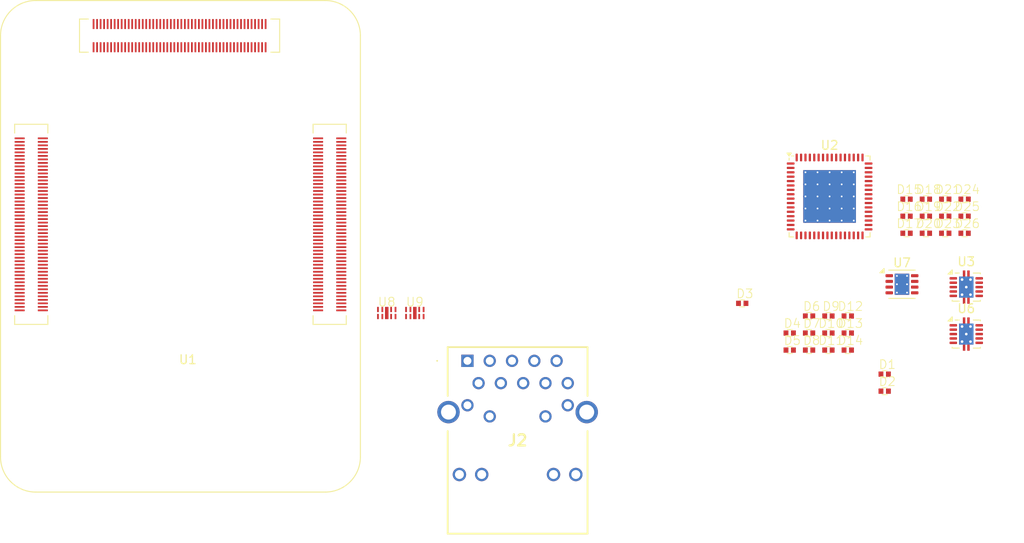
<source format=kicad_pcb>
(kicad_pcb (version 20241229) (generator "pcbnew") (generator_version "9.0")
  (layers (0 "F.Cu" signal) (2 "B.Cu" signal) (13 "F.Paste" user) (15 "B.Paste" user) (5 "F.SilkS" user "F.Silkscreen") (7 "B.SilkS" user "B.Silkscreen") (1 "F.Mask" user) (3 "B.Mask" user) (25 "Edge.Cuts" user))
  (net 0 "")
  (net 1 "GPIO18")
  (net 2 "Net-(D1-A1)")
  (net 3 "GND")
  (net 4 "Net-(D2-A1)")
  (net 5 "/USB3/USB3down12/USB_SSRXM_DN1")
  (net 6 "GPIO_3V3_2")
  (net 7 "/USB3/USB3down12/USB_SSRXP_DN1")
  (net 8 "Net-(D5-A1)")
  (net 9 "TYPEC0_SSRX1P")
  (net 10 "TYPEC5V_PWREN_H")
  (net 14 "SARADC_VIN2_HP_HOOK")
  (net 15 "Net-(D6-A1)")
  (net 16 "Net-(D7-A1)")
  (net 17 "GPIO13")
  (net 18 "CAM0_D0_N")
  (net 20 "GPIO22")
  (net 21 "GPIO_1V8_CAM_CLK")
  (net 22 "GPIO23")
  (net 23 "Net-(D8-A1)")
  (net 24 "TYPEC0_SBU1")
  (net 25 "GPIO4")
  (net 26 "/USB3/USB3down12/USB_SSRXM_DN2")
  (net 27 "Ethernet_Pair0_P")
  (net 28 "GPIO10")
  (net 29 "GPIO_1V8_9")
  (net 30 "USB3_HOST1_SSTXP")
  (net 31 "GPIO9")
  (net 32 "GPIO17")
  (net 33 "GPIO8")
  (net 34 "Ethernet_Pair1_P")
  (net 35 "/USB3/USB3down12/USB_SSRXP_DN2")
  (net 36 "Net-(D11-A1)")
  (net 37 "+5v_(Input)")
  (net 38 "Net-(D12-A1)")
  (net 39 "Net-(D13-A1)")
  (net 41 "I2C_SDA_3V3")
  (net 42 "Net-(D14-A1)")
  (net 43 "/USB3/USB3down34/USB_SSRXM_DN4")
  (net 44 "GPIO3")
  (net 45 "/USB3/USB3down34/USB_SSRXP_DN4")
  (net 46 "GPIO12")
  (net 47 "Net-(D17-A1)")
  (net 48 "Net-(D18-A1)")
  (net 49 "+3.3v_(Output)")
  (net 50 "Net-(D19-A1)")
  (net 51 "/USB3/USB3down34/USB_SSRXM_DN3")
  (net 52 "GPIO_1V8_3")
  (net 53 "Net-(D21-A1)")
  (net 54 "GPIO25")
  (net 56 "TYPEC0_SSRX2P")
  (net 57 "/USB3/USB3down34/USB_SSRXP_DN3")
  (net 58 "Net-(D23-A1)")
  (net 59 "Net-(D24-A1)")
  (net 60 "GPIO_3V3_12")
  (net 61 "PI_nLED_Activity")
  (net 62 "+1.8v_(Output)")
  (net 63 "GPIO_3V3_BT_REG_ON")
  (net 64 "Net-(D25-A1)")
  (net 65 "SCL0")
  (net 67 "Net-(D26-A1)")
  (net 69 "GPIO_1V8_10")
  (net 71 "GPIO24")
  (net 74 "GPIO_1V8_11")
  (net 75 "USB2_N")
  (net 76 "GPIO27")
  (net 77 "USB_OTG_ID")
  (net 80 "USB3_HOST1_SSRXN")
  (net 81 "USB3_HOST1_DP")
  (net 83 "GPIO_3V3_15")
  (net 85 "CAM0_D1_P")
  (net 87 "GPIO_3V3_PWM")
  (net 91 "GPIO2")
  (net 95 "CAM0_C_P")
  (net 98 "GPIO_3V3_9")
  (net 99 "GPIO_1V8_2")
  (net 100 "GPIO_3V3_14")
  (net 102 "GPIO14")
  (net 103 "TYPEC0_SSTX2N")
  (net 108 "Camera_GPIO")
  (net 109 "TYPEC0_SBU2")
  (net 110 "Ethernet_nLED2(3.3v)")
  (net 111 "USB3_HOST1_SSRXP")
  (net 112 "BT_nDisable")
  (net 113 "TYPEC0_SSRX1N")
  (net 115 "AnalogIP1")
  (net 119 "I2C_SCL_3V3")
  (net 120 "nPI_LED_PWR")
  (net 122 "GPIO6")
  (net 123 "Ethernet_Pair3_N")
  (net 124 "USB3_HOST1_DM")
  (net 126 "USB2_HOST2_DM")
  (net 127 "GPIO15")
  (net 128 "Ethernet_Pair2_P")
  (net 129 "GPIO_3V3_8")
  (net 131 "CAM0_C_N")
  (net 133 "Ethernet_Pair2_N")
  (net 135 "SARADC_VIN1_HW_ID")
  (net 137 "GPIO_1V8_12")
  (net 138 "TYPEC0_SSRX2N")
  (net 139 "TYPEC0_SSTX1N")
  (net 140 "USB2_P")
  (net 141 "GPIO_3V3_13")
  (net 143 "ID_SC")
  (net 145 "GPIO_3V3_6")
  (net 147 "WiFi_nDisable")
  (net 148 "GPIO5")
  (net 149 "GPIO_3V3_1")
  (net 152 "GPIO_3V3_4")
  (net 153 "RTC_INT_L")
  (net 154 "EEPROM_nWP")
  (net 155 "SARADC_VIN0_KEY{slash}RECOVERY")
  (net 156 "GPIO_1V8_6")
  (net 158 "CAM0_D1_N")
  (net 159 "Global_EN")
  (net 160 "nEXTRST")
  (net 161 "GPIO20")
  (net 162 "GPIO26")
  (net 163 "Ethernet_Pair1_N")
  (net 164 "CAM0_D0_P")
  (net 165 "GPIO11")
  (net 167 "VCC_SD_3V3_S3")
  (net 168 "Ethernet_nLED1(3.3v)")
  (net 169 "USB3_HOST1_SSTXN")
  (net 170 "GPIO_1V8_7")
  (net 171 "GPIO_3V3_CC_INT0_L")
  (net 176 "Ethernet_Pair0_N")
  (net 177 "GPIO7")
  (net 178 "SDA0")
  (net 180 "GPIO_1V8_32K")
  (net 181 "GPIO16")
  (net 182 "RUN_PG")
  (net 184 "USB2_HOST2_DP")
  (net 187 "USBRST")
  (net 189 "GPIO_1V8_4")
  (net 191 "USB_OTG0_VBUSDET")
  (net 192 "TYPEC0_SSTX2P")
  (net 193 "GPIO_3V3_3")
  (net 194 "AnalogIP0")
  (net 196 "nRPIBOOT")
  (net 198 "GPIO_1V8_HP_DET_L")
  (net 201 "Ethernet_nLED3(3.3v)")
  (net 202 "GPIO21")
  (net 203 "GPIO_3V3_7")
  (net 211 "TYPEC0_SSTX1P")
  (net 215 "Ethernet_Pair3_P")
  (net 245 "/USB3/USB3down12/USB_DP_DN1")
  (net 247 "/USB3/USB3sw/PWRCTRL1_BATEN1")
  (net 249 "/USB3/USB3down12/USB_SSTXM_DN1")
  (net 250 "/USB3/USB3down34/USB_DM_DN4")
  (net 251 "/USB3/USB3down12/USB_DP_DN2")
  (net 252 "/USB3/USB3pwr/VDD")
  (net 253 "/USB3/USB3down12/USB_DM_DN1")
  (net 255 "Net-(U2-USB_R1)")
  (net 256 "/USB3/USB3down34/USB_SSTXP_DN4")
  (net 257 "/USB3/USB3down34/USB_SSTXM_DN3")
  (net 259 "/USB3/USB3pwr/VDD33")
  (net 260 "/USB3/USB3down34/USB_SSTXM_DN4")
  (net 261 "/USB3/USB3down12/USB_DM_DN2")
  (net 262 "/USB3/USB3up/USB_VBUS")
  (net 263 "/USB3/USB3sw/PWRCTRL4_BATEN4")
  (net 264 "/USB3/USB3down34/USB_DP_DN4")
  (net 265 "/USB3/USB3down34/USB_SSTXP_DN3")
  (net 266 "/USB3/USB3up/USB_SSTXM_UP")
  (net 267 "/USB3/USB3sw/OVERCUR2Z")
  (net 268 "/USB3/USB3sw/PWRCTRL3_BATEN3")
  (net 269 "/USB3/USB3sw/OVERCUR1Z")
  (net 270 "/USB3/USB3sw/OVERCUR3Z")
  (net 271 "/USB3/USB3down34/USB_DP_DN3")
  (net 272 "/USB3/USB3down12/USB_SSTXP_DN2")
  (net 273 "Net-(U2-GRSTz)")
  (net 274 "Net-(U2-AUTOENz{slash}HS_SUSPEND)")
  (net 275 "/USB3/USB3down12/USB_SSTXM_DN2")
  (net 276 "Net-(U2-XO)")
  (net 277 "/USB3/USB3sw/PWRCTRL2_BATEN2")
  (net 278 "Net-(U2-GANGED{slash}SMBA2{slash}HS_UP)")
  (net 279 "Net-(U2-TEST)")
  (net 280 "Net-(U2-FULLPWRMGMTz{slash}SMBA1{slash}SS_UP)")
  (net 281 "/USB3/USB3down12/USB_SSTXP_DN1")
  (net 282 "/USB3/USB3down34/USB_DM_DN3")
  (net 283 "/USB3/USB3sw/OVERCUR4Z")
  (net 284 "Net-(U2-XI)")
  (net 285 "/USB3/USB3down12/DN1_VBUS")
  (net 286 "VCC5V0_USB")
  (net 287 "/USB3/USB3down12/DN2_VBUS")
  (net 288 "Net-(U3-ILM)")
  (net 289 "/USB3/USB3down34/DN3_VBUS")
  (net 290 "/USB3/USB3down34/DN4_VBUS")
  (net 291 "Net-(U6-ILM)")
  (net 295 "Net-(U7-OUT)")
  (net 296 "Net-(U7-PG)")
  (net 297 "Net-(J2-A_GREEN)")
  (net 299 "Net-(J2-A_YELLOW)")
  (net 302 "Net-(J2-TD2-_2)")
  (footprint "radxa:Radxa_CM5" (layer "F.Cu") (at 79 100.5)
    (property "Reference" "U1" (at 17.34 -11.09 0) (layer "F.SilkS"))
    (property "Value" "Hirose DF40C-100DS-0.4V")
    (pad "" np_thru_hole circle (at 0 -48) (size 2.7 2.7) (drill 2.7) (layers "*.Cu" "*.Mask") (clearance 1.7))
    (pad "" np_thru_hole circle (at 0 0) (size 2.7 2.7) (drill 2.7) (layers "*.Cu" "*.Mask") (clearance 1.7))
    (pad "" np_thru_hole circle (at 33 -48) (size 2.7 2.7) (drill 2.7) (layers "*.Cu" "*.Mask") (clearance 1.7))
    (pad "" np_thru_hole circle (at 33 0) (size 2.7 2.7) (drill 2.7) (layers "*.Cu" "*.Mask") (clearance 1.7))
    (pad "1" smd rect (at 34.82 -16.7) (size 1.14 0.2) (layers "F.Cu") (net 3 "GND"))
    (pad "2" smd rect (at 32.18 -16.7) (size 1.14 0.2) (layers "F.Cu") (net 3 "GND"))
    (pad "3" smd rect (at 34.82 -17.1) (size 1.14 0.2) (layers "F.Cu") (net 215 "Ethernet_Pair3_P"))
    (pad "4" smd rect (at 32.18 -17.1) (size 1.14 0.2) (layers "F.Cu") (net 34 "Ethernet_Pair1_P"))
    (pad "5" smd rect (at 34.82 -17.5) (size 1.14 0.2) (layers "F.Cu") (net 123 "Ethernet_Pair3_N"))
    (pad "6" smd rect (at 32.18 -17.5) (size 1.14 0.2) (layers "F.Cu") (net 163 "Ethernet_Pair1_N"))
    (pad "7" smd rect (at 34.82 -17.9) (size 1.14 0.2) (layers "F.Cu") (net 3 "GND"))
    (pad "8" smd rect (at 32.18 -17.9) (size 1.14 0.2) (layers "F.Cu") (net 3 "GND"))
    (pad "9" smd rect (at 34.82 -18.3) (size 1.14 0.2) (layers "F.Cu") (net 133 "Ethernet_Pair2_N"))
    (pad "10" smd rect (at 32.18 -18.3) (size 1.14 0.2) (layers "F.Cu") (net 176 "Ethernet_Pair0_N"))
    (pad "11" smd rect (at 34.82 -18.7) (size 1.14 0.2) (layers "F.Cu") (net 128 "Ethernet_Pair2_P"))
    (pad "12" smd rect (at 32.18 -18.7) (size 1.14 0.2) (layers "F.Cu") (net 27 "Ethernet_Pair0_P"))
    (pad "13" smd rect (at 34.82 -19.1) (size 1.14 0.2) (layers "F.Cu") (net 3 "GND"))
    (pad "14" smd rect (at 32.18 -19.1) (size 1.14 0.2) (layers "F.Cu") (net 3 "GND"))
    (pad "15" smd rect (at 34.82 -19.5) (size 1.14 0.2) (layers "F.Cu") (net 201 "Ethernet_nLED3(3.3v)"))
    (pad "16" smd rect (at 32.18 -19.5) (size 1.14 0.2) (layers "F.Cu"))
    (pad "17" smd rect (at 34.82 -19.9) (size 1.14 0.2) (layers "F.Cu") (net 110 "Ethernet_nLED2(3.3v)"))
    (pad "18" smd rect (at 32.18 -19.9) (size 1.14 0.2) (layers "F.Cu"))
    (pad "19" smd rect (at 34.82 -20.3) (size 1.14 0.2) (layers "F.Cu") (net 168 "Ethernet_nLED1(3.3v)"))
    (pad "20" smd rect (at 32.18 -20.3) (size 1.14 0.2) (layers "F.Cu") (net 154 "EEPROM_nWP"))
    (pad "21" smd rect (at 34.82 -20.7) (size 1.14 0.2) (layers "F.Cu") (net 61 "PI_nLED_Activity"))
    (pad "22" smd rect (at 32.18 -20.7) (size 1.14 0.2) (layers "F.Cu") (net 3 "GND"))
    (pad "23" smd rect (at 34.82 -21.1) (size 1.14 0.2) (layers "F.Cu") (net 3 "GND"))
    (pad "24" smd rect (at 32.18 -21.1) (size 1.14 0.2) (layers "F.Cu") (net 162 "GPIO26"))
    (pad "25" smd rect (at 34.82 -21.5) (size 1.14 0.2) (layers "F.Cu") (net 202 "GPIO21"))
    (pad "26" smd rect (at 32.18 -21.5) (size 1.14 0.2) (layers "F.Cu") (net 187 "USBRST"))
    (pad "27" smd rect (at 34.82 -21.9) (size 1.14 0.2) (layers "F.Cu") (net 161 "GPIO20"))
    (pad "28" smd rect (at 32.18 -21.9) (size 1.14 0.2) (layers "F.Cu") (net 17 "GPIO13"))
    (pad "29" smd rect (at 34.82 -22.3) (size 1.14 0.2) (layers "F.Cu") (net 181 "GPIO16"))
    (pad "30" smd rect (at 32.18 -22.3) (size 1.14 0.2) (layers "F.Cu") (net 122 "GPIO6"))
    (pad "31" smd rect (at 34.82 -22.7) (size 1.14 0.2) (layers "F.Cu") (net 46 "GPIO12"))
    (pad "32" smd rect (at 32.18 -22.7) (size 1.14 0.2) (layers "F.Cu") (net 3 "GND"))
    (pad "33" smd rect (at 34.82 -23.1) (size 1.14 0.2) (layers "F.Cu") (net 3 "GND"))
    (pad "34" smd rect (at 32.18 -23.1) (size 1.14 0.2) (layers "F.Cu") (net 148 "GPIO5"))
    (pad "35" smd rect (at 34.82 -23.5) (size 1.14 0.2) (layers "F.Cu") (net 143 "ID_SC"))
    (pad "36" smd rect (at 32.18 -23.5) (size 1.14 0.2) (layers "F.Cu"))
    (pad "37" smd rect (at 34.82 -23.9) (size 1.14 0.2) (layers "F.Cu") (net 177 "GPIO7"))
    (pad "38" smd rect (at 32.18 -23.9) (size 1.14 0.2) (layers "F.Cu") (net 165 "GPIO11"))
    (pad "39" smd rect (at 34.82 -24.3) (size 1.14 0.2) (layers "F.Cu") (net 33 "GPIO8"))
    (pad "40" smd rect (at 32.18 -24.3) (size 1.14 0.2) (layers "F.Cu") (net 31 "GPIO9"))
    (pad "41" smd rect (at 34.82 -24.7) (size 1.14 0.2) (layers "F.Cu") (net 54 "GPIO25"))
    (pad "42" smd rect (at 32.18 -24.7) (size 1.14 0.2) (layers "F.Cu") (net 3 "GND"))
    (pad "43" smd rect (at 34.82 -25.1) (size 1.14 0.2) (layers "F.Cu") (net 3 "GND"))
    (pad "44" smd rect (at 32.18 -25.1) (size 1.14 0.2) (layers "F.Cu") (net 28 "GPIO10"))
    (pad "45" smd rect (at 34.82 -25.5) (size 1.14 0.2) (layers "F.Cu") (net 71 "GPIO24"))
    (pad "46" smd rect (at 32.18 -25.5) (size 1.14 0.2) (layers "F.Cu") (net 20 "GPIO22"))
    (pad "47" smd rect (at 34.82 -25.9) (size 1.14 0.2) (layers "F.Cu") (net 22 "GPIO23"))
    (pad "48" smd rect (at 32.18 -25.9) (size 1.14 0.2) (layers "F.Cu") (net 76 "GPIO27"))
    (pad "49" smd rect (at 34.82 -26.3) (size 1.14 0.2) (layers "F.Cu") (net 1 "GPIO18"))
    (pad "50" smd rect (at 32.18 -26.3) (size 1.14 0.2) (layers "F.Cu") (net 32 "GPIO17"))
    (pad "51" smd rect (at 34.82 -26.7) (size 1.14 0.2) (layers "F.Cu") (net 127 "GPIO15"))
    (pad "52" smd rect (at 32.18 -26.7) (size 1.14 0.2) (layers "F.Cu") (net 3 "GND"))
    (pad "53" smd rect (at 34.82 -27.1) (size 1.14 0.2) (layers "F.Cu") (net 3 "GND"))
    (pad "54" smd rect (at 32.18 -27.1) (size 1.14 0.2) (layers "F.Cu") (net 25 "GPIO4"))
    (pad "55" smd rect (at 34.82 -27.5) (size 1.14 0.2) (layers "F.Cu") (net 102 "GPIO14"))
    (pad "56" smd rect (at 32.18 -27.5) (size 1.14 0.2) (layers "F.Cu") (net 44 "GPIO3"))
    (pad "57" smd rect (at 34.82 -27.9) (size 1.14 0.2) (layers "F.Cu"))
    (pad "58" smd rect (at 32.18 -27.9) (size 1.14 0.2) (layers "F.Cu") (net 91 "GPIO2"))
    (pad "59" smd rect (at 34.82 -28.3) (size 1.14 0.2) (layers "F.Cu") (net 3 "GND"))
    (pad "60" smd rect (at 32.18 -28.3) (size 1.14 0.2) (layers "F.Cu") (net 3 "GND"))
    (pad "61" smd rect (at 34.82 -28.7) (size 1.14 0.2) (layers "F.Cu"))
    (pad "62" smd rect (at 32.18 -28.7) (size 1.14 0.2) (layers "F.Cu"))
    (pad "63" smd rect (at 34.82 -29.1) (size 1.14 0.2) (layers "F.Cu"))
    (pad "64" smd rect (at 32.18 -29.1) (size 1.14 0.2) (layers "F.Cu"))
    (pad "65" smd rect (at 34.82 -29.5) (size 1.14 0.2) (layers "F.Cu") (net 3 "GND"))
    (pad "66" smd rect (at 32.18 -29.5) (size 1.14 0.2) (layers "F.Cu") (net 3 "GND"))
    (pad "67" smd rect (at 34.82 -29.9) (size 1.14 0.2) (layers "F.Cu"))
    (pad "68" smd rect (at 32.18 -29.9) (size 1.14 0.2) (layers "F.Cu"))
    (pad "69" smd rect (at 34.82 -30.3) (size 1.14 0.2) (layers "F.Cu"))
    (pad "70" smd rect (at 32.18 -30.3) (size 1.14 0.2) (layers "F.Cu"))
    (pad "71" smd rect (at 34.82 -30.7) (size 1.14 0.2) (layers "F.Cu") (net 3 "GND"))
    (pad "72" smd rect (at 32.18 -30.7) (size 1.14 0.2) (layers "F.Cu"))
    (pad "73" smd rect (at 34.82 -31.1) (size 1.14 0.2) (layers "F.Cu"))
    (pad "74" smd rect (at 32.18 -31.1) (size 1.14 0.2) (layers "F.Cu") (net 3 "GND"))
    (pad "75" smd rect (at 34.82 -31.5) (size 1.14 0.2) (layers "F.Cu"))
    (pad "76" smd rect (at 32.18 -31.5) (size 1.14 0.2) (layers "F.Cu"))
    (pad "77" smd rect (at 34.82 -31.9) (size 1.14 0.2) (layers "F.Cu") (net 37 "+5v_(Input)"))
    (pad "78" smd rect (at 32.18 -31.9) (size 1.14 0.2) (layers "F.Cu"))
    (pad "79" smd rect (at 34.82 -32.3) (size 1.14 0.2) (layers "F.Cu") (net 37 "+5v_(Input)"))
    (pad "80" smd rect (at 32.18 -32.3) (size 1.14 0.2) (layers "F.Cu") (net 65 "SCL0"))
    (pad "81" smd rect (at 34.82 -32.7) (size 1.14 0.2) (layers "F.Cu") (net 37 "+5v_(Input)"))
    (pad "82" smd rect (at 32.18 -32.7) (size 1.14 0.2) (layers "F.Cu") (net 178 "SDA0"))
    (pad "83" smd rect (at 34.82 -33.1) (size 1.14 0.2) (layers "F.Cu") (net 37 "+5v_(Input)"))
    (pad "84" smd rect (at 32.18 -33.1) (size 1.14 0.2) (layers "F.Cu") (net 49 "+3.3v_(Output)"))
    (pad "85" smd rect (at 34.82 -33.5) (size 1.14 0.2) (layers "F.Cu") (net 37 "+5v_(Input)"))
    (pad "86" smd rect (at 32.18 -33.5) (size 1.14 0.2) (layers "F.Cu") (net 49 "+3.3v_(Output)"))
    (pad "87" smd rect (at 34.82 -33.9) (size 1.14 0.2) (layers "F.Cu") (net 37 "+5v_(Input)"))
    (pad "88" smd rect (at 32.18 -33.9) (size 1.14 0.2) (layers "F.Cu") (net 62 "+1.8v_(Output)"))
    (pad "89" smd rect (at 34.82 -34.3) (size 1.14 0.2) (layers "F.Cu") (net 147 "WiFi_nDisable"))
    (pad "90" smd rect (at 32.18 -34.3) (size 1.14 0.2) (layers "F.Cu") (net 62 "+1.8v_(Output)"))
    (pad "91" smd rect (at 34.82 -34.7) (size 1.14 0.2) (layers "F.Cu") (net 112 "BT_nDisable"))
    (pad "92" smd rect (at 32.18 -34.7) (size 1.14 0.2) (layers "F.Cu") (net 182 "RUN_PG"))
    (pad "93" smd rect (at 34.82 -35.1) (size 1.14 0.2) (layers "F.Cu") (net 196 "nRPIBOOT"))
    (pad "94" smd rect (at 32.18 -35.1) (size 1.14 0.2) (layers "F.Cu") (net 115 "AnalogIP1"))
    (pad "95" smd rect (at 34.82 -35.5) (size 1.14 0.2) (layers "F.Cu") (net 120 "nPI_LED_PWR"))
    (pad "96" smd rect (at 32.18 -35.5) (size 1.14 0.2) (layers "F.Cu") (net 194 "AnalogIP0"))
    (pad "97" smd rect (at 34.82 -35.9) (size 1.14 0.2) (layers "F.Cu") (net 108 "Camera_GPIO"))
    (pad "98" smd rect (at 32.18 -35.9) (size 1.14 0.2) (layers "F.Cu") (net 3 "GND"))
    (pad "99" smd rect (at 34.82 -36.3) (size 1.14 0.2) (layers "F.Cu") (net 159 "Global_EN"))
    (pad "100" smd rect (at 32.18 -36.3) (size 1.14 0.2) (layers "F.Cu") (net 160 "nEXTRST"))
    (pad "101" smd rect (at 0.82 -16.7) (size 1.14 0.2) (layers "F.Cu") (net 77 "USB_OTG_ID"))
    (pad "102" smd rect (at -1.82 -16.7) (size 1.14 0.2) (layers "F.Cu"))
    (pad "103" smd rect (at 0.82 -17.1) (size 1.14 0.2) (layers "F.Cu") (net 75 "USB2_N"))
    (pad "104" smd rect (at -1.82 -17.1) (size 1.14 0.2) (layers "F.Cu"))
    (pad "105" smd rect (at 0.82 -17.5) (size 1.14 0.2) (layers "F.Cu") (net 140 "USB2_P"))
    (pad "106" smd rect (at -1.82 -17.5) (size 1.14 0.2) (layers "F.Cu"))
    (pad "107" smd rect (at 0.82 -17.9) (size 1.14 0.2) (layers "F.Cu") (net 3 "GND"))
    (pad "108" smd rect (at -1.82 -17.9) (size 1.14 0.2) (layers "F.Cu") (net 3 "GND"))
    (pad "109" smd rect (at 0.82 -18.3) (size 1.14 0.2) (layers "F.Cu"))
    (pad "110" smd rect (at -1.82 -18.3) (size 1.14 0.2) (layers "F.Cu"))
    (pad "111" smd rect (at 0.82 -18.7) (size 1.14 0.2) (layers "F.Cu"))
    (pad "112" smd rect (at -1.82 -18.7) (size 1.14 0.2) (layers "F.Cu"))
    (pad "113" smd rect (at 0.82 -19.1) (size 1.14 0.2) (layers "F.Cu") (net 3 "GND"))
    (pad "114" smd rect (at -1.82 -19.1) (size 1.14 0.2) (layers "F.Cu") (net 3 "GND"))
    (pad "115" smd rect (at 0.82 -19.5) (size 1.14 0.2) (layers "F.Cu"))
    (pad "116" smd rect (at -1.82 -19.5) (size 1.14 0.2) (layers "F.Cu"))
    (pad "117" smd rect (at 0.82 -19.9) (size 1.14 0.2) (layers "F.Cu"))
    (pad "118" smd rect (at -1.82 -19.9) (size 1.14 0.2) (layers "F.Cu"))
    (pad "119" smd rect (at 0.82 -20.3) (size 1.14 0.2) (layers "F.Cu") (net 3 "GND"))
    (pad "120" smd rect (at -1.82 -20.3) (size 1.14 0.2) (layers "F.Cu") (net 3 "GND"))
    (pad "121" smd rect (at 0.82 -20.7) (size 1.14 0.2) (layers "F.Cu"))
    (pad "122" smd rect (at -1.82 -20.7) (size 1.14 0.2) (layers "F.Cu"))
    (pad "123" smd rect (at 0.82 -21.1) (size 1.14 0.2) (layers "F.Cu"))
    (pad "124" smd rect (at -1.82 -21.1) (size 1.14 0.2) (layers "F.Cu"))
    (pad "125" smd rect (at 0.82 -21.5) (size 1.14 0.2) (layers "F.Cu") (net 3 "GND"))
    (pad "126" smd rect (at -1.82 -21.5) (size 1.14 0.2) (layers "F.Cu") (net 3 "GND"))
    (pad "127" smd rect (at 0.82 -21.9) (size 1.14 0.2) (layers "F.Cu"))
    (pad "128" smd rect (at -1.82 -21.9) (size 1.14 0.2) (layers "F.Cu") (net 18 "CAM0_D0_N"))
    (pad "129" smd rect (at 0.82 -22.3) (size 1.14 0.2) (layers "F.Cu"))
    (pad "130" smd rect (at -1.82 -22.3) (size 1.14 0.2) (layers "F.Cu") (net 164 "CAM0_D0_P"))
    (pad "131" smd rect (at 0.82 -22.7) (size 1.14 0.2) (layers "F.Cu") (net 3 "GND"))
    (pad "132" smd rect (at -1.82 -22.7) (size 1.14 0.2) (layers "F.Cu") (net 3 "GND"))
    (pad "133" smd rect (at 0.82 -23.1) (size 1.14 0.2) (layers "F.Cu"))
    (pad "134" smd rect (at -1.82 -23.1) (size 1.14 0.2) (layers "F.Cu") (net 158 "CAM0_D1_N"))
    (pad "135" smd rect (at 0.82 -23.5) (size 1.14 0.2) (layers "F.Cu"))
    (pad "136" smd rect (at -1.82 -23.5) (size 1.14 0.2) (layers "F.Cu") (net 85 "CAM0_D1_P"))
    (pad "137" smd rect (at 0.82 -23.9) (size 1.14 0.2) (layers "F.Cu") (net 3 "GND"))
    (pad "138" smd rect (at -1.82 -23.9) (size 1.14 0.2) (layers "F.Cu") (net 3 "GND"))
    (pad "139" smd rect (at 0.82 -24.3) (size 1.14 0.2) (layers "F.Cu"))
    (pad "140" smd rect (at -1.82 -24.3) (size 1.14 0.2) (layers "F.Cu") (net 131 "CAM0_C_N"))
    (pad "141" smd rect (at 0.82 -24.7) (size 1.14 0.2) (layers "F.Cu"))
    (pad "142" smd rect (at -1.82 -24.7) (size 1.14 0.2) (layers "F.Cu") (net 95 "CAM0_C_P"))
    (pad "143" smd rect (at 0.82 -25.1) (size 1.14 0.2) (layers "F.Cu"))
    (pad "144" smd rect (at -1.82 -25.1) (size 1.14 0.2) (layers "F.Cu") (net 3 "GND"))
    (pad "145" smd rect (at 0.82 -25.5) (size 1.14 0.2) (layers "F.Cu"))
    (pad "146" smd rect (at -1.82 -25.5) (size 1.14 0.2) (layers "F.Cu"))
    (pad "147" smd rect (at 0.82 -25.9) (size 1.14 0.2) (layers "F.Cu"))
    (pad "148" smd rect (at -1.82 -25.9) (size 1.14 0.2) (layers "F.Cu"))
    (pad "149" smd rect (at 0.82 -26.3) (size 1.14 0.2) (layers "F.Cu"))
    (pad "150" smd rect (at -1.82 -26.3) (size 1.14 0.2) (layers "F.Cu") (net 3 "GND"))
    (pad "151" smd rect (at 0.82 -26.7) (size 1.14 0.2) (layers "F.Cu"))
    (pad "152" smd rect (at -1.82 -26.7) (size 1.14 0.2) (layers "F.Cu"))
    (pad "153" smd rect (at 0.82 -27.1) (size 1.14 0.2) (layers "F.Cu"))
    (pad "154" smd rect (at -1.82 -27.1) (size 1.14 0.2) (layers "F.Cu"))
    (pad "155" smd rect (at 0.82 -27.5) (size 1.14 0.2) (layers "F.Cu") (net 3 "GND"))
    (pad "156" smd rect (at -1.82 -27.5) (size 1.14 0.2) (layers "F.Cu") (net 3 "GND"))
    (pad "157" smd rect (at 0.82 -27.9) (size 1.14 0.2) (layers "F.Cu"))
    (pad "158" smd rect (at -1.82 -27.9) (size 1.14 0.2) (layers "F.Cu"))
    (pad "159" smd rect (at 0.82 -28.3) (size 1.14 0.2) (layers "F.Cu"))
    (pad "160" smd rect (at -1.82 -28.3) (size 1.14 0.2) (layers "F.Cu"))
    (pad "161" smd rect (at 0.82 -28.7) (size 1.14 0.2) (layers "F.Cu") (net 3 "GND"))
    (pad "162" smd rect (at -1.82 -28.7) (size 1.14 0.2) (layers "F.Cu") (net 3 "GND"))
    (pad "163" smd rect (at 0.82 -29.1) (size 1.14 0.2) (layers "F.Cu"))
    (pad "164" smd rect (at -1.82 -29.1) (size 1.14 0.2) (layers "F.Cu"))
    (pad "165" smd rect (at 0.82 -29.5) (size 1.14 0.2) (layers "F.Cu"))
    (pad "166" smd rect (at -1.82 -29.5) (size 1.14 0.2) (layers "F.Cu"))
    (pad "167" smd rect (at 0.82 -29.9) (size 1.14 0.2) (layers "F.Cu") (net 3 "GND"))
    (pad "168" smd rect (at -1.82 -29.9) (size 1.14 0.2) (layers "F.Cu") (net 3 "GND"))
    (pad "169" smd rect (at 0.82 -30.3) (size 1.14 0.2) (layers "F.Cu"))
    (pad "170" smd rect (at -1.82 -30.3) (size 1.14 0.2) (layers "F.Cu"))
    (pad "171" smd rect (at 0.82 -30.7) (size 1.14 0.2) (layers "F.Cu"))
    (pad "172" smd rect (at -1.82 -30.7) (size 1.14 0.2) (layers "F.Cu"))
    (pad "173" smd rect (at 0.82 -31.1) (size 1.14 0.2) (layers "F.Cu") (net 3 "GND"))
    (pad "174" smd rect (at -1.82 -31.1) (size 1.14 0.2) (layers "F.Cu") (net 3 "GND"))
    (pad "175" smd rect (at 0.82 -31.5) (size 1.14 0.2) (layers "F.Cu"))
    (pad "176" smd rect (at -1.82 -31.5) (size 1.14 0.2) (layers "F.Cu"))
    (pad "177" smd rect (at 0.82 -31.9) (size 1.14 0.2) (layers "F.Cu"))
    (pad "178" smd rect (at -1.82 -31.9) (size 1.14 0.2) (layers "F.Cu"))
    (pad "179" smd rect (at 0.82 -32.3) (size 1.14 0.2) (layers "F.Cu") (net 3 "GND"))
    (pad "180" smd rect (at -1.82 -32.3) (size 1.14 0.2) (layers "F.Cu") (net 3 "GND"))
    (pad "181" smd rect (at 0.82 -32.7) (size 1.14 0.2) (layers "F.Cu"))
    (pad "182" smd rect (at -1.82 -32.7) (size 1.14 0.2) (layers "F.Cu"))
    (pad "183" smd rect (at 0.82 -33.1) (size 1.14 0.2) (layers "F.Cu"))
    (pad "184" smd rect (at -1.82 -33.1) (size 1.14 0.2) (layers "F.Cu"))
    (pad "185" smd rect (at 0.82 -33.5) (size 1.14 0.2) (layers "F.Cu") (net 3 "GND"))
    (pad "186" smd rect (at -1.82 -33.5) (size 1.14 0.2) (layers "F.Cu") (net 3 "GND"))
    (pad "187" smd rect (at 0.82 -33.9) (size 1.14 0.2) (layers "F.Cu"))
    (pad "188" smd rect (at -1.82 -33.9) (size 1.14 0.2) (layers "F.Cu"))
    (pad "189" smd rect (at 0.82 -34.3) (size 1.14 0.2) (layers "F.Cu"))
    (pad "190" smd rect (at -1.82 -34.3) (size 1.14 0.2) (layers "F.Cu"))
    (pad "191" smd rect (at 0.82 -34.7) (size 1.14 0.2) (layers "F.Cu") (net 3 "GND"))
    (pad "192" smd rect (at -1.82 -34.7) (size 1.14 0.2) (layers "F.Cu") (net 3 "GND"))
    (pad "193" smd rect (at 0.82 -35.1) (size 1.14 0.2) (layers "F.Cu"))
    (pad "194" smd rect (at -1.82 -35.1) (size 1.14 0.2) (layers "F.Cu"))
    (pad "195" smd rect (at 0.82 -35.5) (size 1.14 0.2) (layers "F.Cu"))
    (pad "196" smd rect (at -1.82 -35.5) (size 1.14 0.2) (layers "F.Cu"))
    (pad "197" smd rect (at 0.82 -35.9) (size 1.14 0.2) (layers "F.Cu") (net 3 "GND"))
    (pad "198" smd rect (at -1.82 -35.9) (size 1.14 0.2) (layers "F.Cu") (net 3 "GND"))
    (pad "199" smd rect (at 0.82 -36.3) (size 1.14 0.2) (layers "F.Cu"))
    (pad "200" smd rect (at -1.82 -36.3) (size 1.14 0.2) (layers "F.Cu"))
    (pad "201" smd rect (at 26.2 -46.68 90) (size 1.14 0.2) (layers "F.Cu") (net 3 "GND"))
    (pad "202" smd rect (at 26.2 -49.32 90) (size 1.14 0.2) (layers "F.Cu") (net 3 "GND"))
    (pad "203" smd rect (at 25.8 -46.68 90) (size 1.14 0.2) (layers "F.Cu") (net 24 "TYPEC0_SBU1"))
    (pad "204" smd rect (at 25.8 -49.32 90) (size 1.14 0.2) (layers "F.Cu") (net 149 "GPIO_3V3_1"))
    (pad "205" smd rect (at 25.4 -46.68 90) (size 1.14 0.2) (layers "F.Cu") (net 109 "TYPEC0_SBU2"))
    (pad "206" smd rect (at 25.4 -49.32 90) (size 1.14 0.2) (layers "F.Cu") (net 6 "GPIO_3V3_2"))
    (pad "207" smd rect (at 25 -46.68 90) (size 1.14 0.2) (layers "F.Cu") (net 3 "GND"))
    (pad "208" smd rect (at 25 -49.32 90) (size 1.14 0.2) (layers "F.Cu") (net 193 "GPIO_3V3_3"))
    (pad "209" smd rect (at 24.6 -46.68 90) (size 1.14 0.2) (layers "F.Cu") (net 9 "TYPEC0_SSRX1P"))
    (pad "210" smd rect (at 24.6 -49.32 90) (size 1.14 0.2) (layers "F.Cu") (net 21 "GPIO_1V8_CAM_CLK"))
    (pad "211" smd rect (at 24.2 -46.68 90) (size 1.14 0.2) (layers "F.Cu") (net 113 "TYPEC0_SSRX1N"))
    (pad "212" smd rect (at 24.2 -49.32 90) (size 1.14 0.2) (layers "F.Cu") (net 99 "GPIO_1V8_2"))
    (pad "213" smd rect (at 23.8 -46.68 90) (size 1.14 0.2) (layers "F.Cu") (net 3 "GND"))
    (pad "214" smd rect (at 23.8 -49.32 90) (size 1.14 0.2) (layers "F.Cu") (net 152 "GPIO_3V3_4"))
    (pad "215" smd rect (at 23.4 -46.68 90) (size 1.14 0.2) (layers "F.Cu") (net 211 "TYPEC0_SSTX1P"))
    (pad "216" smd rect (at 23.4 -49.32 90) (size 1.14 0.2) (layers "F.Cu"))
    (pad "217" smd rect (at 23 -46.68 90) (size 1.14 0.2) (layers "F.Cu") (net 139 "TYPEC0_SSTX1N"))
    (pad "218" smd rect (at 23 -49.32 90) (size 1.14 0.2) (layers "F.Cu") (net 87 "GPIO_3V3_PWM"))
    (pad "219" smd rect (at 22.6 -46.68 90) (size 1.14 0.2) (layers "F.Cu") (net 3 "GND"))
    (pad "220" smd rect (at 22.6 -49.32 90) (size 1.14 0.2) (layers "F.Cu") (net 52 "GPIO_1V8_3"))
    (pad "221" smd rect (at 22.2 -46.68 90) (size 1.14 0.2) (layers "F.Cu") (net 56 "TYPEC0_SSRX2P"))
    (pad "222" smd rect (at 22.2 -49.32 90) (size 1.14 0.2) (layers "F.Cu") (net 3 "GND"))
    (pad "223" smd rect (at 21.8 -46.68 90) (size 1.14 0.2) (layers "F.Cu") (net 138 "TYPEC0_SSRX2N"))
    (pad "224" smd rect (at 21.8 -49.32 90) (size 1.14 0.2) (layers "F.Cu") (net 189 "GPIO_1V8_4"))
    (pad "225" smd rect (at 21.4 -46.68 90) (size 1.14 0.2) (layers "F.Cu") (net 3 "GND"))
    (pad "226" smd rect (at 21.4 -49.32 90) (size 1.14 0.2) (layers "F.Cu") (net 155 "SARADC_VIN0_KEY{slash}RECOVERY"))
    (pad "227" smd rect (at 21 -46.68 90) (size 1.14 0.2) (layers "F.Cu") (net 192 "TYPEC0_SSTX2P"))
    (pad "228" smd rect (at 21 -49.32 90) (size 1.14 0.2) (layers "F.Cu") (net 135 "SARADC_VIN1_HW_ID"))
    (pad "229" smd rect (at 20.6 -46.68 90) (size 1.14 0.2) (layers "F.Cu") (net 103 "TYPEC0_SSTX2N"))
    (pad "230" smd rect (at 20.6 -49.32 90) (size 1.14 0.2) (layers "F.Cu") (net 14 "SARADC_VIN2_HP_HOOK"))
    (pad "231" smd rect (at 20.2 -46.68 90) (size 1.14 0.2) (layers "F.Cu") (net 3 "GND"))
    (pad "232" smd rect (at 20.2 -49.32 90) (size 1.14 0.2) (layers "F.Cu") (net 3 "GND"))
    (pad "233" smd rect (at 19.8 -46.68 90) (size 1.14 0.2) (layers "F.Cu"))
    (pad "234" smd rect (at 19.8 -49.32 90) (size 1.14 0.2) (layers "F.Cu") (net 145 "GPIO_3V3_6"))
    (pad "235" smd rect (at 19.4 -46.68 90) (size 1.14 0.2) (layers "F.Cu"))
    (pad "236" smd rect (at 19.4 -49.32 90) (size 1.14 0.2) (layers "F.Cu") (net 198 "GPIO_1V8_HP_DET_L"))
    (pad "237" smd rect (at 19 -46.68 90) (size 1.14 0.2) (layers "F.Cu") (net 3 "GND"))
    (pad "238" smd rect (at 19 -49.32 90) (size 1.14 0.2) (layers "F.Cu") (net 203 "GPIO_3V3_7"))
    (pad "239" smd rect (at 18.6 -46.68 90) (size 1.14 0.2) (layers "F.Cu"))
    (pad "240" smd rect (at 18.6 -49.32 90) (size 1.14 0.2) (layers "F.Cu") (net 129 "GPIO_3V3_8"))
    (pad "241" smd rect (at 18.2 -46.68 90) (size 1.14 0.2) (layers "F.Cu"))
    (pad "242" smd rect (at 18.2 -49.32 90) (size 1.14 0.2) (layers "F.Cu") (net 3 "GND"))
    (pad "243" smd rect (at 17.8 -46.68 90) (size 1.14 0.2) (layers "F.Cu") (net 3 "GND"))
    (pad "244" smd rect (at 17.8 -49.32 90) (size 1.14 0.2) (layers "F.Cu") (net 156 "GPIO_1V8_6"))
    (pad "245" smd rect (at 17.4 -46.68 90) (size 1.14 0.2) (layers "F.Cu") (net 81 "USB3_HOST1_DP"))
    (pad "246" smd rect (at 17.4 -49.32 90) (size 1.14 0.2) (layers "F.Cu") (net 170 "GPIO_1V8_7"))
    (pad "247" smd rect (at 17 -46.68 90) (size 1.14 0.2) (layers "F.Cu") (net 124 "USB3_HOST1_DM"))
    (pad "248" smd rect (at 17 -49.32 90) (size 1.14 0.2) (layers "F.Cu") (net 3 "GND"))
    (pad "249" smd rect (at 16.6 -46.68 90) (size 1.14 0.2) (layers "F.Cu") (net 3 "GND"))
    (pad "250" smd rect (at 16.6 -49.32 90) (size 1.14 0.2) (layers "F.Cu"))
    (pad "251" smd rect (at 16.2 -46.68 90) (size 1.14 0.2) (layers "F.Cu") (net 30 "USB3_HOST1_SSTXP"))
    (pad "252" smd rect (at 16.2 -49.32 90) (size 1.14 0.2) (layers "F.Cu"))
    (pad "253" smd rect (at 15.8 -46.68 90) (size 1.14 0.2) (layers "F.Cu") (net 169 "USB3_HOST1_SSTXN"))
    (pad "254" smd rect (at 15.8 -49.32 90) (size 1.14 0.2) (layers "F.Cu"))
    (pad "255" smd rect (at 15.4 -46.68 90) (size 1.14 0.2) (layers "F.Cu") (net 3 "GND"))
    (pad "256" smd rect (at 15.4 -49.32 90) (size 1.14 0.2) (layers "F.Cu") (net 3 "GND"))
    (pad "257" smd rect (at 15 -46.68 90) (size 1.14 0.2) (layers "F.Cu") (net 111 "USB3_HOST1_SSRXP"))
    (pad "258" smd rect (at 15 -49.32 90) (size 1.14 0.2) (layers "F.Cu"))
    (pad "259" smd rect (at 14.6 -46.68 90) (size 1.14 0.2) (layers "F.Cu") (net 80 "USB3_HOST1_SSRXN"))
    (pad "260" smd rect (at 14.6 -49.32 90) (size 1.14 0.2) (layers "F.Cu"))
    (pad "261" smd rect (at 14.2 -46.68 90) (size 1.14 0.2) (layers "F.Cu") (net 3 "GND"))
    (pad "262" smd rect (at 14.2 -49.32 90) (size 1.14 0.2) (layers "F.Cu") (net 3 "GND"))
    (pad "263" smd rect (at 13.8 -46.68 90) (size 1.14 0.2) (layers "F.Cu") (net 184 "USB2_HOST2_DP"))
    (pad "264" smd rect (at 13.8 -49.32 90) (size 1.14 0.2) (layers "F.Cu"))
    (pad "265" smd rect (at 13.4 -46.68 90) (size 1.14 0.2) (layers "F.Cu") (net 126 "USB2_HOST2_DM"))
    (pad "266" smd rect (at 13.4 -49.32 90) (size 1.14 0.2) (layers "F.Cu"))
    (pad "267" smd rect (at 13 -46.68 90) (size 1.14 0.2) (layers "F.Cu") (net 3 "GND"))
    (pad "268" smd rect (at 13 -49.32 90) (size 1.14 0.2) (layers "F.Cu") (net 3 "GND"))
    (pad "269" smd rect (at 12.6 -46.68 90) (size 1.14 0.2) (layers "F.Cu") (net 41 "I2C_SDA_3V3"))
    (pad "270" smd rect (at 12.6 -49.32 90) (size 1.14 0.2) (layers "F.Cu"))
    (pad "271" smd rect (at 12.2 -46.68 90) (size 1.14 0.2) (layers "F.Cu") (net 119 "I2C_SCL_3V3"))
    (pad "272" smd rect (at 12.2 -49.32 90) (size 1.14 0.2) (layers "F.Cu") (net 3 "GND"))
    (pad "273" smd rect (at 11.8 -46.68 90) (size 1.14 0.2) (layers "F.Cu") (net 3 "GND"))
    (pad "274" smd rect (at 11.8 -49.32 90) (size 1.14 0.2) (layers "F.Cu"))
    (pad "275" smd rect (at 11.4 -46.68 90) (size 1.14 0.2) (layers "F.Cu") (net 29 "GPIO_1V8_9"))
    (pad "276" smd rect (at 11.4 -49.32 90) (size 1.14 0.2) (layers "F.Cu") (net 3 "GND"))
    (pad "277" smd rect (at 11 -46.68 90) (size 1.14 0.2) (layers "F.Cu") (net 69 "GPIO_1V8_10"))
    (pad "278" smd rect (at 11 -49.32 90) (size 1.14 0.2) (layers "F.Cu"))
    (pad "279" smd rect (at 10.6 -46.68 90) (size 1.14 0.2) (layers "F.Cu") (net 74 "GPIO_1V8_11"))
    (pad "280" smd rect (at 10.6 -49.32 90) (size 1.14 0.2) (layers "F.Cu"))
    (pad "281" smd rect (at 10.2 -46.68 90) (size 1.14 0.2) (layers "F.Cu") (net 153 "RTC_INT_L"))
    (pad "282" smd rect (at 10.2 -49.32 90) (size 1.14 0.2) (layers "F.Cu"))
    (pad "283" smd rect (at 9.8 -46.68 90) (size 1.14 0.2) (layers "F.Cu") (net 137 "GPIO_1V8_12"))
    (pad "284" smd rect (at 9.8 -49.32 90) (size 1.14 0.2) (layers "F.Cu"))
    (pad "285" smd rect (at 9.4 -46.68 90) (size 1.14 0.2) (layers "F.Cu") (net 60 "GPIO_3V3_12"))
    (pad "286" smd rect (at 9.4 -49.32 90) (size 1.14 0.2) (layers "F.Cu"))
    (pad "287" smd rect (at 9 -46.68 90) (size 1.14 0.2) (layers "F.Cu") (net 141 "GPIO_3V3_13"))
    (pad "288" smd rect (at 9 -49.32 90) (size 1.14 0.2) (layers "F.Cu"))
    (pad "289" smd rect (at 8.6 -46.68 90) (size 1.14 0.2) (layers "F.Cu") (net 100 "GPIO_3V3_14"))
    (pad "290" smd rect (at 8.6 -49.32 90) (size 1.14 0.2) (layers "F.Cu") (net 180 "GPIO_1V8_32K"))
    (pad "291" smd rect (at 8.2 -46.68 90) (size 1.14 0.2) (layers "F.Cu"))
    (pad "292" smd rect (at 8.2 -49.32 90) (size 1.14 0.2) (layers "F.Cu") (net 167 "VCC_SD_3V3_S3"))
    (pad "293" smd rect (at 7.8 -46.68 90) (size 1.14 0.2) (layers "F.Cu") (net 83 "GPIO_3V3_15"))
    (pad "294" smd rect (at 7.8 -49.32 90) (size 1.14 0.2) (layers "F.Cu") (net 98 "GPIO_3V3_9"))
    (pad "295" smd rect (at 7.4 -46.68 90) (size 1.14 0.2) (layers "F.Cu") (net 10 "TYPEC5V_PWREN_H"))
    (pad "296" smd rect (at 7.4 -49.32 90) (size 1.14 0.2) (layers "F.Cu") (net 171 "GPIO_3V3_CC_INT0_L"))
    (pad "297" smd rect (at 7 -46.68 90) (size 1.14 0.2) (layers "F.Cu") (net 191 "USB_OTG0_VBUSDET"))
    (pad "298" smd rect (at 7 -49.32 90) (size 1.14 0.2) (layers "F.Cu") (net 63 "GPIO_3V3_BT_REG_ON"))
    (pad "299" smd rect (at 6.6 -46.68 90) (size 1.14 0.2) (layers "F.Cu") (net 3 "GND"))
    (pad "300" smd rect (at 6.6 -49.32 90) (size 1.14 0.2) (layers "F.Cu") (net 3 "GND"))
  )
  (footprint "radxa:DFN1006-2L" (layer "F.Cu") (at 169.32 83.325)
    (property "Reference" "D11" (at 0.3 3.9 0) (layer "F.SilkS") (effects (font (thickness 0.1))))
    (property "Value" "ESD5311N-2/TR")
    (pad "1" smd rect (at -0.425 5 180) (size 0.55 0.6) (layers "F.Cu" "F.Mask" "F.Paste") (net 36 "Net-(D11-A1)"))
    (pad "2" smd rect (at 0.425 5 180) (size 0.55 0.6) (layers "F.Cu" "F.Mask" "F.Paste") (net 3 "GND"))
  )
  (footprint "radxa:LPJG0926HENL" (layer "F.Cu") (at 128.195 89.55)
    (property "Reference" "J2" (at 5.715 9.065 0) (layer "F.SilkS") (effects (font (size 1.27 1.27) (thickness 0.254))))
    (property "Value" "LPJG0926HENL" (hide yes))
    (pad "" np_thru_hole circle (at 0 8.89) (size 3.2 3.2) (drill 3.2) (layers "*.Cu" "*.Mask"))
    (pad "" np_thru_hole circle (at 11.43 8.89) (size 3.2 3.2) (drill 3.2) (layers "*.Cu" "*.Mask"))
    (pad "1" thru_hole rect (at 0 0) (size 1.4 1.4) (drill 0.9) (layers "*.Cu" "*.Mask") (net 27 "Ethernet_Pair0_P"))
    (pad "2" thru_hole circle (at 1.27 2.54) (size 1.4 1.4) (drill 0.9) (layers "*.Cu" "*.Mask") (net 176 "Ethernet_Pair0_N"))
    (pad "3" thru_hole circle (at 2.54 0) (size 1.4 1.4) (drill 0.9) (layers "*.Cu" "*.Mask") (net 34 "Ethernet_Pair1_P"))
    (pad "4" thru_hole circle (at 3.81 2.54) (size 1.4 1.4) (drill 0.9) (layers "*.Cu" "*.Mask") (net 163 "Ethernet_Pair1_N"))
    (pad "5" thru_hole circle (at 5.08 0) (size 1.4 1.4) (drill 0.9) (layers "*.Cu" "*.Mask") (net 302 "Net-(J2-TD2-_2)"))
    (pad "6" thru_hole circle (at 6.35 2.54) (size 1.4 1.4) (drill 0.9) (layers "*.Cu" "*.Mask") (net 302 "Net-(J2-TD2-_2)"))
    (pad "7" thru_hole circle (at 7.62 0) (size 1.4 1.4) (drill 0.9) (layers "*.Cu" "*.Mask") (net 128 "Ethernet_Pair2_P"))
    (pad "8" thru_hole circle (at 8.89 2.54) (size 1.4 1.4) (drill 0.9) (layers "*.Cu" "*.Mask") (net 133 "Ethernet_Pair2_N"))
    (pad "9" thru_hole circle (at 10.16 0) (size 1.4 1.4) (drill 0.9) (layers "*.Cu" "*.Mask") (net 215 "Ethernet_Pair3_P"))
    (pad "10" thru_hole circle (at 11.43 2.54) (size 1.4 1.4) (drill 0.9) (layers "*.Cu" "*.Mask") (net 123 "Ethernet_Pair3_N"))
    (pad "11" thru_hole circle (at 0 5.06) (size 1.4 1.4) (drill 0.9) (layers "*.Cu" "*.Mask"))
    (pad "12" thru_hole circle (at 2.54 6.33) (size 1.4 1.4) (drill 0.9) (layers "*.Cu" "*.Mask"))
    (pad "13" thru_hole circle (at 8.89 6.33) (size 1.4 1.4) (drill 0.9) (layers "*.Cu" "*.Mask"))
    (pad "14" thru_hole circle (at 11.43 5.06) (size 1.4 1.4) (drill 0.9) (layers "*.Cu" "*.Mask"))
    (pad "15" thru_hole circle (at -0.915 12.95) (size 1.53 1.53) (drill 1.02) (layers "*.Cu" "*.Mask") (net 297 "Net-(J2-A_GREEN)"))
    (pad "16" thru_hole circle (at 1.625 12.95) (size 1.53 1.53) (drill 1.02) (layers "*.Cu" "*.Mask") (net 3 "GND"))
    (pad "17" thru_hole circle (at 9.805 12.95) (size 1.53 1.53) (drill 1.02) (layers "*.Cu" "*.Mask") (net 299 "Net-(J2-A_YELLOW)"))
    (pad "18" thru_hole circle (at 12.345 12.95) (size 1.53 1.53) (drill 1.02) (layers "*.Cu" "*.Mask") (net 3 "GND"))
    (pad "MH3" thru_hole circle (at -2.16 5.84) (size 2.55 2.55) (drill 1.7) (layers "*.Cu" "*.Mask"))
    (pad "MH4" thru_hole circle (at 13.59 5.84) (size 2.55 2.55) (drill 1.7) (layers "*.Cu" "*.Mask"))
  )
  (footprint "radxa:ESD5344-D" (layer "F.Cu") (at 122.2 83.35)
    (property "Reference" "U9" (at 0 -0.5 0) (layer "F.SilkS") (effects (font (thickness 0.1))))
    (property "Value" "~")
    (pad "1" smd rect (at -1 1.15) (size 0.2 0.6) (layers "F.Cu" "F.Mask" "F.Paste") (net 128 "Ethernet_Pair2_P"))
    (pad "2" smd rect (at -0.5 1.15) (size 0.2 0.6) (layers "F.Cu" "F.Mask" "F.Paste"))
    (pad "3" smd rect (at 0 1.1) (size 0.4 0.7) (layers "F.Cu" "F.Mask" "F.Paste" "Eco1.User") (net 3 "GND"))
    (pad "4" smd rect (at 0.5 1.15) (size 0.2 0.6) (layers "F.Cu" "F.Mask" "F.Paste") (net 215 "Ethernet_Pair3_P"))
    (pad "5" smd rect (at 1 1.15) (size 0.2 0.6) (layers "F.Cu" "F.Mask" "F.Paste") (net 123 "Ethernet_Pair3_N"))
    (pad "6" smd rect (at 1 0.35) (size 0.2 0.6) (layers "F.Cu" "F.Mask" "F.Paste") (net 123 "Ethernet_Pair3_N"))
    (pad "7" smd rect (at 0.5 0.35) (size 0.2 0.6) (layers "F.Cu" "F.Mask" "F.Paste") (net 215 "Ethernet_Pair3_P"))
    (pad "8" smd rect (at 0 0.4) (size 0.4 0.7) (layers "F.Cu" "F.Mask" "F.Paste") (net 3 "GND"))
    (pad "9" smd rect (at -0.5 0.35) (size 0.2 0.6) (layers "F.Cu" "F.Mask" "F.Paste") (net 133 "Ethernet_Pair2_N"))
    (pad "10" smd rect (at -1 0.35) (size 0.2 0.6) (layers "F.Cu" "F.Mask" "F.Paste") (net 128 "Ethernet_Pair2_P"))
  )
  (footprint "radxa:DFN1006-2L" (layer "F.Cu") (at 167.115 83.325)
    (property "Reference" "D8" (at 0.3 3.9 0) (layer "F.SilkS") (effects (font (thickness 0.1))))
    (property "Value" "ESD5311N-2/TR")
    (pad "1" smd rect (at -0.425 5 180) (size 0.55 0.6) (layers "F.Cu" "F.Mask" "F.Paste") (net 23 "Net-(D8-A1)"))
    (pad "2" smd rect (at 0.425 5 180) (size 0.55 0.6) (layers "F.Cu" "F.Mask" "F.Paste") (net 3 "GND"))
  )
  (footprint "Package_DFN_QFN:QFN-64-1EP_9x9mm_P0.5mm_EP6x6mm_ThermalVias" (layer "F.Cu") (at 169.455 70.82)
    (property "Reference" "U2" (at 0 -5.83 0) (layer "F.SilkS"))
    (property "Value" "TUSB8041IPAPQ1")
    (pad "1" smd roundrect (at -4.4375 -3.75) (size 0.875 0.25) (layers "F.Cu" "F.Mask" "F.Paste") (net 268 "/USB3/USB3sw/PWRCTRL3_BATEN3"))
    (pad "2" smd roundrect (at -4.4375 -3.25) (size 0.875 0.25) (layers "F.Cu" "F.Mask" "F.Paste") (net 259 "/USB3/USB3pwr/VDD33"))
    (pad "3" smd roundrect (at -4.4375 -2.75) (size 0.875 0.25) (layers "F.Cu" "F.Mask" "F.Paste") (net 277 "/USB3/USB3sw/PWRCTRL2_BATEN2"))
    (pad "4" smd roundrect (at -4.4375 -2.25) (size 0.875 0.25) (layers "F.Cu" "F.Mask" "F.Paste") (net 247 "/USB3/USB3sw/PWRCTRL1_BATEN1"))
    (pad "5" smd roundrect (at -4.4375 -1.75) (size 0.875 0.25) (layers "F.Cu" "F.Mask" "F.Paste"))
    (pad "6" smd roundrect (at -4.4375 -1.25) (size 0.875 0.25) (layers "F.Cu" "F.Mask" "F.Paste"))
    (pad "7" smd roundrect (at -4.4375 -0.75) (size 0.875 0.25) (layers "F.Cu" "F.Mask" "F.Paste"))
    (pad "8" smd roundrect (at -4.4375 -0.25) (size 0.875 0.25) (layers "F.Cu" "F.Mask" "F.Paste") (net 280 "Net-(U2-FULLPWRMGMTz{slash}SMBA1{slash}SS_UP)"))
    (pad "9" smd roundrect (at -4.4375 0.25) (size 0.875 0.25) (layers "F.Cu" "F.Mask" "F.Paste"))
    (pad "10" smd roundrect (at -4.4375 0.75) (size 0.875 0.25) (layers "F.Cu" "F.Mask" "F.Paste") (net 278 "Net-(U2-GANGED{slash}SMBA2{slash}HS_UP)"))
    (pad "11" smd roundrect (at -4.4375 1.25) (size 0.875 0.25) (layers "F.Cu" "F.Mask" "F.Paste") (net 283 "/USB3/USB3sw/OVERCUR4Z"))
    (pad "12" smd roundrect (at -4.4375 1.75) (size 0.875 0.25) (layers "F.Cu" "F.Mask" "F.Paste") (net 270 "/USB3/USB3sw/OVERCUR3Z"))
    (pad "13" smd roundrect (at -4.4375 2.25) (size 0.875 0.25) (layers "F.Cu" "F.Mask" "F.Paste") (net 274 "Net-(U2-AUTOENz{slash}HS_SUSPEND)"))
    (pad "14" smd roundrect (at -4.4375 2.75) (size 0.875 0.25) (layers "F.Cu" "F.Mask" "F.Paste") (net 269 "/USB3/USB3sw/OVERCUR1Z"))
    (pad "15" smd roundrect (at -4.4375 3.25) (size 0.875 0.25) (layers "F.Cu" "F.Mask" "F.Paste") (net 267 "/USB3/USB3sw/OVERCUR2Z"))
    (pad "16" smd roundrect (at -4.4375 3.75) (size 0.875 0.25) (layers "F.Cu" "F.Mask" "F.Paste") (net 262 "/USB3/USB3up/USB_VBUS"))
    (pad "17" smd roundrect (at -3.75 4.4375) (size 0.25 0.875) (layers "F.Cu" "F.Mask" "F.Paste") (net 279 "Net-(U2-TEST)"))
    (pad "18" smd roundrect (at -3.25 4.4375) (size 0.25 0.875) (layers "F.Cu" "F.Mask" "F.Paste") (net 273 "Net-(U2-GRSTz)"))
    (pad "19" smd roundrect (at -2.75 4.4375) (size 0.25 0.875) (layers "F.Cu" "F.Mask" "F.Paste") (net 252 "/USB3/USB3pwr/VDD"))
    (pad "20" smd roundrect (at -2.25 4.4375) (size 0.25 0.875) (layers "F.Cu" "F.Mask" "F.Paste") (net 259 "/USB3/USB3pwr/VDD33"))
    (pad "21" smd roundrect (at -1.75 4.4375) (size 0.25 0.875) (layers "F.Cu" "F.Mask" "F.Paste") (net 81 "USB3_HOST1_DP"))
    (pad "22" smd roundrect (at -1.25 4.4375) (size 0.25 0.875) (layers "F.Cu" "F.Mask" "F.Paste") (net 124 "USB3_HOST1_DM"))
    (pad "23" smd roundrect (at -0.75 4.4375) (size 0.25 0.875) (layers "F.Cu" "F.Mask" "F.Paste") (net 266 "/USB3/USB3up/USB_SSTXM_UP"))
    (pad "24" smd roundrect (at -0.25 4.4375) (size 0.25 0.875) (layers "F.Cu" "F.Mask" "F.Paste"))
    (pad "25" smd roundrect (at 0.25 4.4375) (size 0.25 0.875) (layers "F.Cu" "F.Mask" "F.Paste") (net 252 "/USB3/USB3pwr/VDD"))
    (pad "26" smd roundrect (at 0.75 4.4375) (size 0.25 0.875) (layers "F.Cu" "F.Mask" "F.Paste") (net 111 "USB3_HOST1_SSRXP"))
    (pad "27" smd roundrect (at 1.25 4.4375) (size 0.25 0.875) (layers "F.Cu" "F.Mask" "F.Paste") (net 80 "USB3_HOST1_SSRXN"))
    (pad "28" smd roundrect (at 1.75 4.4375) (size 0.25 0.875) (layers "F.Cu" "F.Mask" "F.Paste"))
    (pad "29" smd roundrect (at 2.25 4.4375) (size 0.25 0.875) (layers "F.Cu" "F.Mask" "F.Paste") (net 276 "Net-(U2-XO)"))
    (pad "30" smd roundrect (at 2.75 4.4375) (size 0.25 0.875) (layers "F.Cu" "F.Mask" "F.Paste") (net 284 "Net-(U2-XI)"))
    (pad "31" smd roundrect (at 3.25 4.4375) (size 0.25 0.875) (layers "F.Cu" "F.Mask" "F.Paste") (net 259 "/USB3/USB3pwr/VDD33"))
    (pad "32" smd roundrect (at 3.75 4.4375) (size 0.25 0.875) (layers "F.Cu" "F.Mask" "F.Paste") (net 255 "Net-(U2-USB_R1)"))
    (pad "33" smd roundrect (at 4.4375 3.75) (size 0.875 0.25) (layers "F.Cu" "F.Mask" "F.Paste") (net 245 "/USB3/USB3down12/USB_DP_DN1"))
    (pad "34" smd roundrect (at 4.4375 3.25) (size 0.875 0.25) (layers "F.Cu" "F.Mask" "F.Paste") (net 253 "/USB3/USB3down12/USB_DM_DN1"))
    (pad "35" smd roundrect (at 4.4375 2.75) (size 0.875 0.25) (layers "F.Cu" "F.Mask" "F.Paste") (net 281 "/USB3/USB3down12/USB_SSTXP_DN1"))
    (pad "36" smd roundrect (at 4.4375 2.25) (size 0.875 0.25) (layers "F.Cu" "F.Mask" "F.Paste") (net 249 "/USB3/USB3down12/USB_SSTXM_DN1"))
    (pad "37" smd roundrect (at 4.4375 1.75) (size 0.875 0.25) (layers "F.Cu" "F.Mask" "F.Paste") (net 252 "/USB3/USB3pwr/VDD"))
    (pad "38" smd roundrect (at 4.4375 1.25) (size 0.875 0.25) (layers "F.Cu" "F.Mask" "F.Paste") (net 7 "/USB3/USB3down12/USB_SSRXP_DN1"))
    (pad "39" smd roundrect (at 4.4375 0.75) (size 0.875 0.25) (layers "F.Cu" "F.Mask" "F.Paste") (net 5 "/USB3/USB3down12/USB_SSRXM_DN1"))
    (pad "40" smd roundrect (at 4.4375 0.25) (size 0.875 0.25) (layers "F.Cu" "F.Mask" "F.Paste"))
    (pad "41" smd roundrect (at 4.4375 -0.25) (size 0.875 0.25) (layers "F.Cu" "F.Mask" "F.Paste") (net 251 "/USB3/USB3down12/USB_DP_DN2"))
    (pad "42" smd roundrect (at 4.4375 -0.75) (size 0.875 0.25) (layers "F.Cu" "F.Mask" "F.Paste") (net 261 "/USB3/USB3down12/USB_DM_DN2"))
    (pad "43" smd roundrect (at 4.4375 -1.25) (size 0.875 0.25) (layers "F.Cu" "F.Mask" "F.Paste") (net 272 "/USB3/USB3down12/USB_SSTXP_DN2"))
    (pad "44" smd roundrect (at 4.4375 -1.75) (size 0.875 0.25) (layers "F.Cu" "F.Mask" "F.Paste") (net 275 "/USB3/USB3down12/USB_SSTXM_DN2"))
    (pad "45" smd roundrect (at 4.4375 -2.25) (size 0.875 0.25) (layers "F.Cu" "F.Mask" "F.Paste") (net 252 "/USB3/USB3pwr/VDD"))
    (pad "46" smd roundrect (at 4.4375 -2.75) (size 0.875 0.25) (layers "F.Cu" "F.Mask" "F.Paste") (net 35 "/USB3/USB3down12/USB_SSRXP_DN2"))
    (pad "47" smd roundrect (at 4.4375 -3.25) (size 0.875 0.25) (layers "F.Cu" "F.Mask" "F.Paste") (net 26 "/USB3/USB3down12/USB_SSRXM_DN2"))
    (pad "48" smd roundrect (at 4.4375 -3.75) (size 0.875 0.25) (layers "F.Cu" "F.Mask" "F.Paste") (net 259 "/USB3/USB3pwr/VDD33"))
    (pad "49" smd roundrect (at 3.75 -4.4375) (size 0.25 0.875) (layers "F.Cu" "F.Mask" "F.Paste") (net 271 "/USB3/USB3down34/USB_DP_DN3"))
    (pad "50" smd roundrect (at 3.25 -4.4375) (size 0.25 0.875) (layers "F.Cu" "F.Mask" "F.Paste") (net 282 "/USB3/USB3down34/USB_DM_DN3"))
    (pad "51" smd roundrect (at 2.75 -4.4375) (size 0.25 0.875) (layers "F.Cu" "F.Mask" "F.Paste") (net 265 "/USB3/USB3down34/USB_SSTXP_DN3"))
    (pad "52" smd roundrect (at 2.25 -4.4375) (size 0.25 0.875) (layers "F.Cu" "F.Mask" "F.Paste") (net 257 "/USB3/USB3down34/USB_SSTXM_DN3"))
    (pad "53" smd roundrect (at 1.75 -4.4375) (size 0.25 0.875) (layers "F.Cu" "F.Mask" "F.Paste") (net 252 "/USB3/USB3pwr/VDD"))
    (pad "54" smd roundrect (at 1.25 -4.4375) (size 0.25 0.875) (layers "F.Cu" "F.Mask" "F.Paste") (net 57 "/USB3/USB3down34/USB_SSRXP_DN3"))
    (pad "55" smd roundrect (at 0.75 -4.4375) (size 0.25 0.875) (layers "F.Cu" "F.Mask" "F.Paste") (net 51 "/USB3/USB3down34/USB_SSRXM_DN3"))
    (pad "56" smd roundrect (at 0.25 -4.4375) (size 0.25 0.875) (layers "F.Cu" "F.Mask" "F.Paste") (net 264 "/USB3/USB3down34/USB_DP_DN4"))
    (pad "57" smd roundrect (at -0.25 -4.4375) (size 0.25 0.875) (layers "F.Cu" "F.Mask" "F.Paste") (net 250 "/USB3/USB3down34/USB_DM_DN4"))
    (pad "58" smd roundrect (at -0.75 -4.4375) (size 0.25 0.875) (layers "F.Cu" "F.Mask" "F.Paste") (net 256 "/USB3/USB3down34/USB_SSTXP_DN4"))
    (pad "59" smd roundrect (at -1.25 -4.4375) (size 0.25 0.875) (layers "F.Cu" "F.Mask" "F.Paste") (net 260 "/USB3/USB3down34/USB_SSTXM_DN4"))
    (pad "60" smd roundrect (at -1.75 -4.4375) (size 0.25 0.875) (layers "F.Cu" "F.Mask" "F.Paste") (net 252 "/USB3/USB3pwr/VDD"))
    (pad "61" smd roundrect (at -2.25 -4.4375) (size 0.25 0.875) (layers "F.Cu" "F.Mask" "F.Paste") (net 45 "/USB3/USB3down34/USB_SSRXP_DN4"))
    (pad "62" smd roundrect (at -2.75 -4.4375) (size 0.25 0.875) (layers "F.Cu" "F.Mask" "F.Paste") (net 43 "/USB3/USB3down34/USB_SSRXM_DN4"))
    (pad "63" smd roundrect (at -3.25 -4.4375) (size 0.25 0.875) (layers "F.Cu" "F.Mask" "F.Paste") (net 252 "/USB3/USB3pwr/VDD"))
    (pad "64" smd roundrect (at -3.75 -4.4375) (size 0.25 0.875) (layers "F.Cu" "F.Mask" "F.Paste") (net 263 "/USB3/USB3sw/PWRCTRL4_BATEN4"))
    (pad "65" thru_hole circle (at -2.75 -2.75) (size 0.5 0.5) (drill 0.2) (property pad_prop_heatsink) (layers "*.Cu") (net 3 "GND"))
    (pad "65" thru_hole circle (at -2.75 -1.375) (size 0.5 0.5) (drill 0.2) (property pad_prop_heatsink) (layers "*.Cu") (net 3 "GND"))
    (pad "65" thru_hole circle (at -2.75 0) (size 0.5 0.5) (drill 0.2) (property pad_prop_heatsink) (layers "*.Cu") (net 3 "GND"))
    (pad "65" thru_hole circle (at -2.75 1.375) (size 0.5 0.5) (drill 0.2) (property pad_prop_heatsink) (layers "*.Cu") (net 3 "GND"))
    (pad "65" thru_hole circle (at -2.75 2.75) (size 0.5 0.5) (drill 0.2) (property pad_prop_heatsink) (layers "*.Cu") (net 3 "GND"))
    (pad "65" thru_hole circle (at -1.375 -2.75) (size 0.5 0.5) (drill 0.2) (property pad_prop_heatsink) (layers "*.Cu") (net 3 "GND"))
    (pad "65" thru_hole circle (at -1.375 -1.375) (size 0.5 0.5) (drill 0.2) (property pad_prop_heatsink) (layers "*.Cu") (net 3 "GND"))
    (pad "65" thru_hole circle (at -1.375 0) (size 0.5 0.5) (drill 0.2) (property pad_prop_heatsink) (layers "*.Cu") (net 3 "GND"))
    (pad "65" thru_hole circle (at -1.375 1.375) (size 0.5 0.5) (drill 0.2) (property pad_prop_heatsink) (layers "*.Cu") (net 3 "GND"))
    (pad "65" thru_hole circle (at -1.375 2.75) (size 0.5 0.5) (drill 0.2) (property pad_prop_heatsink) (layers "*.Cu") (net 3 "GND"))
    (pad "65" thru_hole circle (at 0 -2.75) (size 0.5 0.5) (drill 0.2) (property pad_prop_heatsink) (layers "*.Cu") (net 3 "GND"))
    (pad "65" thru_hole circle (at 0 -1.375) (size 0.5 0.5) (drill 0.2) (property pad_prop_heatsink) (layers "*.Cu") (net 3 "GND"))
    (pad "65" thru_hole circle (at 0 0) (size 0.5 0.5) (drill 0.2) (property pad_prop_heatsink) (layers "*.Cu") (net 3 "GND"))
    (pad "65" smd rect (at 0 0) (size 6 6) (property pad_prop_heatsink) (layers "F.Cu" "F.Mask") (net 3 "GND"))
    (pad "65" smd rect (at 0 0) (size 6 6) (property pad_prop_heatsink) (layers "B.Cu") (net 3 "GND"))
    (pad "65" thru_hole circle (at 0 1.375) (size 0.5 0.5) (drill 0.2) (property pad_prop_heatsink) (layers "*.Cu") (net 3 "GND"))
    (pad "65" thru_hole circle (at 0 2.75) (size 0.5 0.5) (drill 0.2) (property pad_prop_heatsink) (layers "*.Cu") (net 3 "GND"))
    (pad "65" thru_hole circle (at 1.375 -2.75) (size 0.5 0.5) (drill 0.2) (property pad_prop_heatsink) (layers "*.Cu") (net 3 "GND"))
    (pad "65" thru_hole circle (at 1.375 -1.375) (size 0.5 0.5) (drill 0.2) (property pad_prop_heatsink) (layers "*.Cu") (net 3 "GND"))
    (pad "65" thru_hole circle (at 1.375 0) (size 0.5 0.5) (drill 0.2) (property pad_prop_heatsink) (layers "*.Cu") (net 3 "GND"))
    (pad "65" thru_hole circle (at 1.375 1.375) (size 0.5 0.5) (drill 0.2) (property pad_prop_heatsink) (layers "*.Cu") (net 3 "GND"))
    (pad "65" thru_hole circle (at 1.375 2.75) (size 0.5 0.5) (drill 0.2) (property pad_prop_heatsink) (layers "*.Cu") (net 3 "GND"))
    (pad "65" thru_hole circle (at 2.75 -2.75) (size 0.5 0.5) (drill 0.2) (property pad_prop_heatsink) (layers "*.Cu") (net 3 "GND"))
    (pad "65" thru_hole circle (at 2.75 -1.375) (size 0.5 0.5) (drill 0.2) (property pad_prop_heatsink) (layers "*.Cu") (net 3 "GND"))
    (pad "65" thru_hole circle (at 2.75 0) (size 0.5 0.5) (drill 0.2) (property pad_prop_heatsink) (layers "*.Cu") (net 3 "GND"))
    (pad "65" thru_hole circle (at 2.75 1.375) (size 0.5 0.5) (drill 0.2) (property pad_prop_heatsink) (layers "*.Cu") (net 3 "GND"))
    (pad "65" thru_hole circle (at 2.75 2.75) (size 0.5 0.5) (drill 0.2) (property pad_prop_heatsink) (layers "*.Cu") (net 3 "GND"))
  )
  (footprint "radxa:DFN1006-2L" (layer "F.Cu") (at 182.63 70.015)
    (property "Reference" "D23" (at 0.3 3.9 0) (layer "F.SilkS") (effects (font (thickness 0.1))))
    (property "Value" "ESD5311N-2/TR")
    (pad "1" smd rect (at -0.425 5 180) (size 0.55 0.6) (layers "F.Cu" "F.Mask" "F.Paste") (net 58 "Net-(D23-A1)"))
    (pad "2" smd rect (at 0.425 5 180) (size 0.55 0.6) (layers "F.Cu" "F.Mask" "F.Paste") (net 3 "GND"))
  )
  (footprint "radxa:DFN1006-2L" (layer "F.Cu") (at 184.835 70.015)
    (property "Reference" "D26" (at 0.3 3.9 0) (layer "F.SilkS") (effects (font (thickness 0.1))))
    (property "Value" "ESD5311N-2/TR")
    (pad "1" smd rect (at -0.425 5 180) (size 0.55 0.6) (layers "F.Cu" "F.Mask" "F.Paste") (net 67 "Net-(D26-A1)"))
    (pad "2" smd rect (at 0.425 5 180) (size 0.55 0.6) (layers "F.Cu" "F.Mask" "F.Paste") (net 3 "GND"))
  )
  (footprint "radxa:DFN1006-2L" (layer "F.Cu") (at 182.63 66.135)
    (property "Reference" "D21" (at 0.3 3.9 0) (layer "F.SilkS") (effects (font (thickness 0.1))))
    (property "Value" "ESD5311N-2/TR")
    (pad "1" smd rect (at -0.425 5 180) (size 0.55 0.6) (layers "F.Cu" "F.Mask" "F.Paste") (net 53 "Net-(D21-A1)"))
    (pad "2" smd rect (at 0.425 5 180) (size 0.55 0.6) (layers "F.Cu" "F.Mask" "F.Paste") (net 3 "GND"))
  )
  (footprint "radxa:DFN1006-2L" (layer "F.Cu") (at 178.22 70.015)
    (property "Reference" "D17" (at 0.3 3.9 0) (layer "F.SilkS") (effects (font (thickness 0.1))))
    (property "Value" "ESD5311N-2/TR")
    (pad "1" smd rect (at -0.425 5 180) (size 0.55 0.6) (layers "F.Cu" "F.Mask" "F.Paste") (net 47 "Net-(D17-A1)"))
    (pad "2" smd rect (at 0.425 5 180) (size 0.55 0.6) (layers "F.Cu" "F.Mask" "F.Paste") (net 3 "GND"))
  )
  (footprint "radxa:DFN1006-2L" (layer "F.Cu") (at 164.91 83.325)
    (property "Reference" "D5" (at 0.3 3.9 0) (layer "F.SilkS") (effects (font (thickness 0.1))))
    (property "Value" "ESD5311N-2/TR")
    (pad "1" smd rect (at -0.425 5 180) (size 0.55 0.6) (layers "F.Cu" "F.Mask" "F.Paste") (net 8 "Net-(D5-A1)"))
    (pad "2" smd rect (at 0.425 5 180) (size 0.55 0.6) (layers "F.Cu" "F.Mask" "F.Paste") (net 3 "GND"))
  )
  (footprint "radxa:DFN1006-2L" (layer "F.Cu") (at 169.32 81.385)
    (property "Reference" "D10" (at 0.3 3.9 0) (layer "F.SilkS") (effects (font (thickness 0.1))))
    (property "Value" "ESD5311N-2/TR")
    (pad "1" smd rect (at -0.425 5 180) (size 0.55 0.6) (layers "F.Cu" "F.Mask" "F.Paste") (net 35 "/USB3/USB3down12/USB_SSRXP_DN2"))
    (pad "2" smd rect (at 0.425 5 180) (size 0.55 0.6) (layers "F.Cu" "F.Mask" "F.Paste") (net 3 "GND"))
  )
  (footprint "radxa:DFN1006-2L" (layer "F.Cu") (at 180.425 66.135)
    (property "Reference" "D18" (at 0.3 3.9 0) (layer "F.SilkS") (effects (font (thickness 0.1))))
    (property "Value" "ESD5311N-2/TR")
    (pad "1" smd rect (at -0.425 5 180) (size 0.55 0.6) (layers "F.Cu" "F.Mask" "F.Paste") (net 48 "Net-(D18-A1)"))
    (pad "2" smd rect (at 0.425 5 180) (size 0.55 0.6) (layers "F.Cu" "F.Mask" "F.Paste") (net 3 "GND"))
  )
  (footprint "Package_SON:VSON-10-1EP_3x3mm_P0.5mm_EP1.65x2.4mm_ThermalVias" (layer "F.Cu") (at 185.025 86.5)
    (property "Reference" "U6" (at 0 -2.9 0) (layer "F.SilkS"))
    (property "Value" "TPS2561")
    (pad "1" smd roundrect (at -1.475 -1) (size 0.85 0.28) (layers "F.Cu" "F.Mask" "F.Paste") (net 3 "GND"))
    (pad "2" smd roundrect (at -1.475 -0.5) (size 0.85 0.28) (layers "F.Cu" "F.Mask" "F.Paste") (net 286 "VCC5V0_USB"))
    (pad "3" smd roundrect (at -1.475 0) (size 0.85 0.28) (layers "F.Cu" "F.Mask" "F.Paste") (net 286 "VCC5V0_USB"))
    (pad "4" smd roundrect (at -1.475 0.5) (size 0.85 0.28) (layers "F.Cu" "F.Mask" "F.Paste") (net 268 "/USB3/USB3sw/PWRCTRL3_BATEN3"))
    (pad "5" smd roundrect (at -1.475 1) (size 0.85 0.28) (layers "F.Cu" "F.Mask" "F.Paste") (net 263 "/USB3/USB3sw/PWRCTRL4_BATEN4"))
    (pad "6" smd roundrect (at 1.475 1) (size 0.85 0.28) (layers "F.Cu" "F.Mask" "F.Paste") (net 283 "/USB3/USB3sw/OVERCUR4Z"))
    (pad "7" smd roundrect (at 1.475 0.5) (size 0.85 0.28) (layers "F.Cu" "F.Mask" "F.Paste") (net 291 "Net-(U6-ILM)"))
    (pad "8" smd roundrect (at 1.475 0) (size 0.85 0.28) (layers "F.Cu" "F.Mask" "F.Paste") (net 290 "/USB3/USB3down34/DN4_VBUS"))
    (pad "9" smd roundrect (at 1.475 -0.5) (size 0.85 0.28) (layers "F.Cu" "F.Mask" "F.Paste") (net 289 "/USB3/USB3down34/DN3_VBUS"))
    (pad "10" smd roundrect (at 1.475 -1) (size 0.85 0.28) (layers "F.Cu" "F.Mask" "F.Paste") (net 270 "/USB3/USB3sw/OVERCUR3Z"))
    (pad "11" thru_hole circle (at -0.48 -0.86) (size 0.6 0.6) (drill 0.3) (layers "*.Cu") (net 3 "GND"))
    (pad "11" thru_hole circle (at -0.48 0.86) (size 0.6 0.6) (drill 0.3) (layers "*.Cu") (net 3 "GND"))
    (pad "11" smd rect (at -0.25 -1.55) (size 0.28 0.7) (layers "F.Cu" "F.Mask" "F.Paste") (net 3 "GND"))
    (pad "11" smd rect (at -0.25 1.55) (size 0.28 0.7) (layers "F.Cu" "F.Mask" "F.Paste") (net 3 "GND"))
    (pad "11" thru_hole circle (at 0 0) (size 0.6 0.6) (drill 0.3) (layers "*.Cu") (net 3 "GND"))
    (pad "11" smd rect (at 0 0) (size 1.65 2.4) (layers "F.Cu" "F.Mask") (net 3 "GND"))
    (pad "11" smd rect (at 0 0) (size 1.65 2.4) (layers "B.Cu") (net 3 "GND"))
    (pad "11" smd rect (at 0.25 -1.55) (size 0.28 0.7) (layers "F.Cu" "F.Mask" "F.Paste") (net 3 "GND"))
    (pad "11" smd rect (at 0.25 1.55) (size 0.28 0.7) (layers "F.Cu" "F.Mask" "F.Paste") (net 3 "GND"))
    (pad "11" thru_hole circle (at 0.48 -0.86) (size 0.6 0.6) (drill 0.3) (layers "*.Cu") (net 3 "GND"))
    (pad "11" thru_hole circle (at 0.48 0.86) (size 0.6 0.6) (drill 0.3) (layers "*.Cu") (net 3 "GND"))
  )
  (footprint "radxa:DFN1006-2L" (layer "F.Cu") (at 184.835 68.075)
    (property "Reference" "D25" (at 0.3 3.9 0) (layer "F.SilkS") (effects (font (thickness 0.1))))
    (property "Value" "ESD5311N-2/TR")
    (pad "1" smd rect (at -0.425 5 180) (size 0.55 0.6) (layers "F.Cu" "F.Mask" "F.Paste") (net 64 "Net-(D25-A1)"))
    (pad "2" smd rect (at 0.425 5 180) (size 0.55 0.6) (layers "F.Cu" "F.Mask" "F.Paste") (net 3 "GND"))
  )
  (footprint "radxa:DFN1006-2L" (layer "F.Cu") (at 167.115 81.385)
    (property "Reference" "D7" (at 0.3 3.9 0) (layer "F.SilkS") (effects (font (thickness 0.1))))
    (property "Value" "ESD5311N-2/TR")
    (pad "1" smd rect (at -0.425 5 180) (size 0.55 0.6) (layers "F.Cu" "F.Mask" "F.Paste") (net 16 "Net-(D7-A1)"))
    (pad "2" smd rect (at 0.425 5 180) (size 0.55 0.6) (layers "F.Cu" "F.Mask" "F.Paste") (net 3 "GND"))
  )
  (footprint "radxa:DFN1006-2L" (layer "F.Cu") (at 171.525 81.385)
    (property "Reference" "D13" (at 0.3 3.9 0) (layer "F.SilkS") (effects (font (thickness 0.1))))
    (property "Value" "ESD5311N-2/TR")
    (pad "1" smd rect (at -0.425 5 180) (size 0.55 0.6) (layers "F.Cu" "F.Mask" "F.Paste") (net 39 "Net-(D13-A1)"))
    (pad "2" smd rect (at 0.425 5 180) (size 0.55 0.6) (layers "F.Cu" "F.Mask" "F.Paste") (net 3 "GND"))
  )
  (footprint "radxa:DFN1006-2L" (layer "F.Cu") (at 164.91 81.385)
    (property "Reference" "D4" (at 0.3 3.9 0) (layer "F.SilkS") (effects (font (thickness 0.1))))
    (property "Value" "ESD5311N-2/TR")
    (pad "1" smd rect (at -0.425 5 180) (size 0.55 0.6) (layers "F.Cu" "F.Mask" "F.Paste") (net 7 "/USB3/USB3down12/USB_SSRXP_DN1"))
    (pad "2" smd rect (at 0.425 5 180) (size 0.55 0.6) (layers "F.Cu" "F.Mask" "F.Paste") (net 3 "GND"))
  )
  (footprint "radxa:DFN1006-2L" (layer "F.Cu") (at 171.525 79.445)
    (property "Reference" "D12" (at 0.3 3.9 0) (layer "F.SilkS") (effects (font (thickness 0.1))))
    (property "Value" "ESD5311N-2/TR")
    (pad "1" smd rect (at -0.425 5 180) (size 0.55 0.6) (layers "F.Cu" "F.Mask" "F.Paste") (net 38 "Net-(D12-A1)"))
    (pad "2" smd rect (at 0.425 5 180) (size 0.55 0.6) (layers "F.Cu" "F.Mask" "F.Paste") (net 3 "GND"))
  )
  (footprint "radxa:DFN1006-2L" (layer "F.Cu") (at 169.32 79.445)
    (property "Reference" "D9" (at 0.3 3.9 0) (layer "F.SilkS") (effects (font (thickness 0.1))))
    (property "Value" "ESD5311N-2/TR")
    (pad "1" smd rect (at -0.425 5 180) (size 0.55 0.6) (layers "F.Cu" "F.Mask" "F.Paste") (net 26 "/USB3/USB3down12/USB_SSRXM_DN2"))
    (pad "2" smd rect (at 0.425 5 180) (size 0.55 0.6) (layers "F.Cu" "F.Mask" "F.Paste") (net 3 "GND"))
  )
  (footprint "radxa:DFN1006-2L" (layer "F.Cu") (at 182.63 68.075)
    (property "Reference" "D22" (at 0.3 3.9 0) (layer "F.SilkS") (effects (font (thickness 0.1))))
    (property "Value" "ESD5311N-2/TR")
    (pad "1" smd rect (at -0.425 5 180) (size 0.55 0.6) (layers "F.Cu" "F.Mask" "F.Paste") (net 57 "/USB3/USB3down34/USB_SSRXP_DN3"))
    (pad "2" smd rect (at 0.425 5 180) (size 0.55 0.6) (layers "F.Cu" "F.Mask" "F.Paste") (net 3 "GND"))
  )
  (footprint "radxa:DFN1006-2L" (layer "F.Cu") (at 184.835 66.135)
    (property "Reference" "D24" (at 0.3 3.9 0) (layer "F.SilkS") (effects (font (thickness 0.1))))
    (property "Value" "ESD5311N-2/TR")
    (pad "1" smd rect (at -0.425 5 180) (size 0.55 0.6) (layers "F.Cu" "F.Mask" "F.Paste") (net 59 "Net-(D24-A1)"))
    (pad "2" smd rect (at 0.425 5 180) (size 0.55 0.6) (layers "F.Cu" "F.Mask" "F.Paste") (net 3 "GND"))
  )
  (footprint "Package_SON:VSON-10-1EP_3x3mm_P0.5mm_EP1.65x2.4mm_ThermalVias" (layer "F.Cu") (at 185.025 81.15)
    (property "Reference" "U3" (at 0 -2.9 0) (layer "F.SilkS"))
    (property "Value" "TPS2561")
    (pad "1" smd roundrect (at -1.475 -1) (size 0.85 0.28) (layers "F.Cu" "F.Mask" "F.Paste") (net 3 "GND"))
    (pad "2" smd roundrect (at -1.475 -0.5) (size 0.85 0.28) (layers "F.Cu" "F.Mask" "F.Paste") (net 286 "VCC5V0_USB"))
    (pad "3" smd roundrect (at -1.475 0) (size 0.85 0.28) (layers "F.Cu" "F.Mask" "F.Paste") (net 286 "VCC5V0_USB"))
    (pad "4" smd roundrect (at -1.475 0.5) (size 0.85 0.28) (layers "F.Cu" "F.Mask" "F.Paste") (net 247 "/USB3/USB3sw/PWRCTRL1_BATEN1"))
    (pad "5" smd roundrect (at -1.475 1) (size 0.85 0.28) (layers "F.Cu" "F.Mask" "F.Paste") (net 277 "/USB3/USB3sw/PWRCTRL2_BATEN2"))
    (pad "6" smd roundrect (at 1.475 1) (size 0.85 0.28) (layers "F.Cu" "F.Mask" "F.Paste") (net 267 "/USB3/USB3sw/OVERCUR2Z"))
    (pad "7" smd roundrect (at 1.475 0.5) (size 0.85 0.28) (layers "F.Cu" "F.Mask" "F.Paste") (net 288 "Net-(U3-ILM)"))
    (pad "8" smd roundrect (at 1.475 0) (size 0.85 0.28) (layers "F.Cu" "F.Mask" "F.Paste") (net 287 "/USB3/USB3down12/DN2_VBUS"))
    (pad "9" smd roundrect (at 1.475 -0.5) (size 0.85 0.28) (layers "F.Cu" "F.Mask" "F.Paste") (net 285 "/USB3/USB3down12/DN1_VBUS"))
    (pad "10" smd roundrect (at 1.475 -1) (size 0.85 0.28) (layers "F.Cu" "F.Mask" "F.Paste") (net 269 "/USB3/USB3sw/OVERCUR1Z"))
    (pad "11" thru_hole circle (at -0.48 -0.86) (size 0.6 0.6) (drill 0.3) (layers "*.Cu") (net 3 "GND"))
    (pad "11" thru_hole circle (at -0.48 0.86) (size 0.6 0.6) (drill 0.3) (layers "*.Cu") (net 3 "GND"))
    (pad "11" smd rect (at -0.25 -1.55) (size 0.28 0.7) (layers "F.Cu" "F.Mask" "F.Paste") (net 3 "GND"))
    (pad "11" smd rect (at -0.25 1.55) (size 0.28 0.7) (layers "F.Cu" "F.Mask" "F.Paste") (net 3 "GND"))
    (pad "11" thru_hole circle (at 0 0) (size 0.6 0.6) (drill 0.3) (layers "*.Cu") (net 3 "GND"))
    (pad "11" smd rect (at 0 0) (size 1.65 2.4) (layers "F.Cu" "F.Mask") (net 3 "GND"))
    (pad "11" smd rect (at 0 0) (size 1.65 2.4) (layers "B.Cu") (net 3 "GND"))
    (pad "11" smd rect (at 0.25 -1.55) (size 0.28 0.7) (layers "F.Cu" "F.Mask" "F.Paste") (net 3 "GND"))
    (pad "11" smd rect (at 0.25 1.55) (size 0.28 0.7) (layers "F.Cu" "F.Mask" "F.Paste") (net 3 "GND"))
    (pad "11" thru_hole circle (at 0.48 -0.86) (size 0.6 0.6) (drill 0.3) (layers "*.Cu") (net 3 "GND"))
    (pad "11" thru_hole circle (at 0.48 0.86) (size 0.6 0.6) (drill 0.3) (layers "*.Cu") (net 3 "GND"))
  )
  (footprint "radxa:DFN1006-2L" (layer "F.Cu") (at 159.5 78)
    (property "Reference" "D3" (at 0.3 3.9 0) (layer "F.SilkS") (effects (font (thickness 0.1))))
    (property "Value" "ESD5311N-2/TR")
    (pad "1" smd rect (at -0.425 5 180) (size 0.55 0.6) (layers "F.Cu" "F.Mask" "F.Paste") (net 5 "/USB3/USB3down12/USB_SSRXM_DN1"))
    (pad "2" smd rect (at 0.425 5 180) (size 0.55 0.6) (layers "F.Cu" "F.Mask" "F.Paste") (net 3 "GND"))
  )
  (footprint "radxa:DFN1006-2L" (layer "F.Cu") (at 178.22 66.135)
    (property "Reference" "D15" (at 0.3 3.9 0) (layer "F.SilkS") (effects (font (thickness 0.1))))
    (property "Value" "ESD5311N-2/TR")
    (pad "1" smd rect (at -0.425 5 180) (size 0.55 0.6) (layers "F.Cu" "F.Mask" "F.Paste") (net 43 "/USB3/USB3down34/USB_SSRXM_DN4"))
    (pad "2" smd rect (at 0.425 5 180) (size 0.55 0.6) (layers "F.Cu" "F.Mask" "F.Paste") (net 3 "GND"))
  )
  (footprint "Package_SON:VSON-8-1EP_3x3mm_P0.65mm_EP1.65x2.4mm_ThermalVias" (layer "F.Cu") (at 177.7 80.825)
    (property "Reference" "U7" (at 0 -2.45 0) (layer "F.SilkS"))
    (property "Value" "TPS74611PQWDRBRQ1")
    (pad "1" smd roundrect (at -1.45 -0.975) (size 0.85 0.35) (layers "F.Cu" "F.Mask" "F.Paste") (net 295 "Net-(U7-OUT)"))
    (pad "2" smd roundrect (at -1.45 -0.325) (size 0.85 0.35) (layers "F.Cu" "F.Mask" "F.Paste"))
    (pad "3" smd roundrect (at -1.45 0.325) (size 0.85 0.35) (layers "F.Cu" "F.Mask" "F.Paste"))
    (pad "4" smd roundrect (at -1.45 0.975) (size 0.85 0.35) (layers "F.Cu" "F.Mask" "F.Paste") (net 3 "GND"))
    (pad "5" smd roundrect (at 1.45 0.975) (size 0.85 0.35) (layers "F.Cu" "F.Mask" "F.Paste") (net 62 "+1.8v_(Output)"))
    (pad "6" smd roundrect (at 1.45 0.325) (size 0.85 0.35) (layers "F.Cu" "F.Mask" "F.Paste") (net 296 "Net-(U7-PG)"))
    (pad "7" smd roundrect (at 1.45 -0.325) (size 0.85 0.35) (layers "F.Cu" "F.Mask" "F.Paste"))
    (pad "8" smd roundrect (at 1.45 -0.975) (size 0.85 0.35) (layers "F.Cu" "F.Mask" "F.Paste") (net 62 "+1.8v_(Output)"))
    (pad "9" thru_hole circle (at -0.575 -0.95) (size 0.5 0.5) (drill 0.2) (property pad_prop_heatsink) (layers "*.Cu"))
    (pad "9" thru_hole circle (at -0.575 0) (size 0.5 0.5) (drill 0.2) (property pad_prop_heatsink) (layers "*.Cu"))
    (pad "9" thru_hole circle (at -0.575 0.95) (size 0.5 0.5) (drill 0.2) (property pad_prop_heatsink) (layers "*.Cu"))
    (pad "9" smd rect (at 0 0) (size 1.65 2.4) (property pad_prop_heatsink) (layers "F.Cu" "F.Mask"))
    (pad "9" smd rect (at 0 0) (size 1.65 2.4) (property pad_prop_heatsink) (layers "B.Cu"))
    (pad "9" thru_hole circle (at 0.575 -0.95) (size 0.5 0.5) (drill 0.2) (property pad_prop_heatsink) (layers "*.Cu"))
    (pad "9" thru_hole circle (at 0.575 0) (size 0.5 0.5) (drill 0.2) (property pad_prop_heatsink) (layers "*.Cu"))
    (pad "9" thru_hole circle (at 0.575 0.95) (size 0.5 0.5) (drill 0.2) (property pad_prop_heatsink) (layers "*.Cu"))
  )
  (footprint "radxa:DFN1006-2L" (layer "F.Cu") (at 178.22 68.075)
    (property "Reference" "D16" (at 0.3 3.9 0) (layer "F.SilkS") (effects (font (thickness 0.1))))
    (property "Value" "ESD5311N-2/TR")
    (pad "1" smd rect (at -0.425 5 180) (size 0.55 0.6) (layers "F.Cu" "F.Mask" "F.Paste") (net 45 "/USB3/USB3down34/USB_SSRXP_DN4"))
    (pad "2" smd rect (at 0.425 5 180) (size 0.55 0.6) (layers "F.Cu" "F.Mask" "F.Paste") (net 3 "GND"))
  )
  (footprint "radxa:DFN1006-2L" (layer "F.Cu") (at 171.525 83.325)
    (property "Reference" "D14" (at 0.3 3.9 0) (layer "F.SilkS") (effects (font (thickness 0.1))))
    (property "Value" "ESD5311N-2/TR")
    (pad "1" smd rect (at -0.425 5 180) (size 0.55 0.6) (layers "F.Cu" "F.Mask" "F.Paste") (net 42 "Net-(D14-A1)"))
    (pad "2" smd rect (at 0.425 5 180) (size 0.55 0.6) (layers "F.Cu" "F.Mask" "F.Paste") (net 3 "GND"))
  )
  (footprint "radxa:DFN1006-2L" (layer "F.Cu") (at 180.425 70.015)
    (property "Reference" "D20" (at 0.3 3.9 0) (layer "F.SilkS") (effects (font (thickness 0.1))))
    (property "Value" "ESD5311N-2/TR")
    (pad "1" smd rect (at -0.425 5 180) (size 0.55 0.6) (layers "F.Cu" "F.Mask" "F.Paste") (net 51 "/USB3/USB3down34/USB_SSRXM_DN3"))
    (pad "2" smd rect (at 0.425 5 180) (size 0.55 0.6) (layers "F.Cu" "F.Mask" "F.Paste") (net 3 "GND"))
  )
  (footprint "radxa:ESD5344-D" (layer "F.Cu") (at 119 83.35)
    (property "Reference" "U8" (at 0 -0.5 0) (layer "F.SilkS") (effects (font (thickness 0.1))))
    (property "Value" "~")
    (pad "1" smd rect (at -1 1.15) (size 0.2 0.6) (layers "F.Cu" "F.Mask" "F.Paste") (net 27 "Ethernet_Pair0_P"))
    (pad "2" smd rect (at -0.5 1.15) (size 0.2 0.6) (layers "F.Cu" "F.Mask" "F.Paste"))
    (pad "3" smd rect (at 0 1.1) (size 0.4 0.7) (layers "F.Cu" "F.Mask" "F.Paste" "Eco1.User") (net 3 "GND"))
    (pad "4" smd rect (at 0.5 1.15) (size 0.2 0.6) (layers "F.Cu" "F.Mask" "F.Paste") (net 34 "Ethernet_Pair1_P"))
    (pad "5" smd rect (at 1 1.15) (size 0.2 0.6) (layers "F.Cu" "F.Mask" "F.Paste") (net 163 "Ethernet_Pair1_N"))
    (pad "6" smd rect (at 1 0.35) (size 0.2 0.6) (layers "F.Cu" "F.Mask" "F.Paste") (net 163 "Ethernet_Pair1_N"))
    (pad "7" smd rect (at 0.5 0.35) (size 0.2 0.6) (layers "F.Cu" "F.Mask" "F.Paste") (net 34 "Ethernet_Pair1_P"))
    (pad "8" smd rect (at 0 0.4) (size 0.4 0.7) (layers "F.Cu" "F.Mask" "F.Paste") (net 3 "GND"))
    (pad "9" smd rect (at -0.5 0.35) (size 0.2 0.6) (layers "F.Cu" "F.Mask" "F.Paste") (net 176 "Ethernet_Pair0_N"))
    (pad "10" smd rect (at -1 0.35) (size 0.2 0.6) (layers "F.Cu" "F.Mask" "F.Paste") (net 27 "Ethernet_Pair0_P"))
  )
  (footprint "radxa:DFN1006-2L" (layer "F.Cu") (at 175.73 88.005)
    (property "Reference" "D2" (at 0.3 3.9 0) (layer "F.SilkS") (effects (font (thickness 0.1))))
    (property "Value" "ESD5311N-2/TR")
    (pad "1" smd rect (at -0.425 5 180) (size 0.55 0.6) (layers "F.Cu" "F.Mask" "F.Paste") (net 4 "Net-(D2-A1)"))
    (pad "2" smd rect (at 0.425 5 180) (size 0.55 0.6) (layers "F.Cu" "F.Mask" "F.Paste") (net 3 "GND"))
  )
  (footprint "radxa:DFN1006-2L" (layer "F.Cu") (at 167.115 79.445)
    (property "Reference" "D6" (at 0.3 3.9 0) (layer "F.SilkS") (effects (font (thickness 0.1))))
    (property "Value" "ESD5311N-2/TR")
    (pad "1" smd rect (at -0.425 5 180) (size 0.55 0.6) (layers "F.Cu" "F.Mask" "F.Paste") (net 15 "Net-(D6-A1)"))
    (pad "2" smd rect (at 0.425 5 180) (size 0.55 0.6) (layers "F.Cu" "F.Mask" "F.Paste") (net 3 "GND"))
  )
  (footprint "radxa:DFN1006-2L" (layer "F.Cu") (at 180.425 68.075)
    (property "Reference" "D19" (at 0.3 3.9 0) (layer "F.SilkS") (effects (font (thickness 0.1))))
    (property "Value" "ESD5311N-2/TR")
    (pad "1" smd rect (at -0.425 5 180) (size 0.55 0.6) (layers "F.Cu" "F.Mask" "F.Paste") (net 50 "Net-(D19-A1)"))
    (pad "2" smd rect (at 0.425 5 180) (size 0.55 0.6) (layers "F.Cu" "F.Mask" "F.Paste") (net 3 "GND"))
  )
  (footprint "radxa:DFN1006-2L" (layer "F.Cu") (at 175.73 86.065)
    (property "Reference" "D1" (at 0.3 3.9 0) (layer "F.SilkS") (effects (font (thickness 0.1))))
    (property "Value" "ESD5311N-2/TR")
    (pad "1" smd rect (at -0.425 5 180) (size 0.55 0.6) (layers "F.Cu" "F.Mask" "F.Paste") (net 2 "Net-(D1-A1)"))
    (pad "2" smd rect (at 0.425 5 180) (size 0.55 0.6) (layers "F.Cu" "F.Mask" "F.Paste") (net 3 "GND"))
  )
)
</source>
